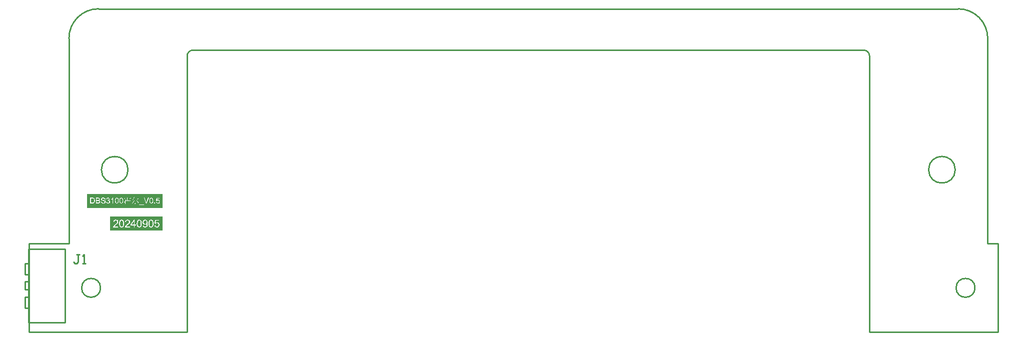
<source format=gto>
G04*
G04 #@! TF.GenerationSoftware,Altium Limited,Altium Designer,18.1.8 (232)*
G04*
G04 Layer_Color=65535*
%FSLAX25Y25*%
%MOIN*%
G70*
G01*
G75*
%ADD10C,0.01000*%
G36*
X89118Y82777D02*
X38718D01*
Y92140D01*
X89118D01*
Y82777D01*
D02*
G37*
G36*
X88867Y67817D02*
X54039D01*
Y76955D01*
X88867D01*
Y67817D01*
D02*
G37*
%LPC*%
G36*
X66901Y90119D02*
X66655Y89869D01*
X63846D01*
X64031Y89681D01*
X64117Y89701D01*
X64207Y89718D01*
X64289Y89730D01*
X64367Y89738D01*
X64433Y89742D01*
X64457Y89746D01*
X65417D01*
Y89377D01*
X63805D01*
X63785Y89603D01*
X63703D01*
X63678Y89513D01*
X63658Y89427D01*
X63633Y89353D01*
X63613Y89287D01*
X63592Y89226D01*
X63572Y89172D01*
X63551Y89127D01*
X63531Y89090D01*
X63514Y89058D01*
X63498Y89029D01*
X63485Y89008D01*
X63473Y88992D01*
X63465Y88980D01*
X63457Y88972D01*
X63453Y88963D01*
X63408Y88918D01*
X63375Y88877D01*
X63350Y88836D01*
X63338Y88803D01*
X63330Y88775D01*
Y88754D01*
Y88738D01*
Y88734D01*
X63342Y88701D01*
X63354Y88676D01*
X63371Y88656D01*
X63387Y88643D01*
X63403Y88635D01*
X63420Y88631D01*
X63432D01*
X63485Y88635D01*
X63539Y88648D01*
X63559Y88656D01*
X63580Y88660D01*
X63592Y88664D01*
X63596D01*
X63633Y88680D01*
X63666Y88709D01*
X63695Y88742D01*
X63719Y88779D01*
X63740Y88812D01*
X63752Y88840D01*
X63760Y88861D01*
X63764Y88869D01*
X63785Y88935D01*
X63797Y89004D01*
X63805Y89070D01*
X63809Y89127D01*
Y89181D01*
Y89218D01*
X63805Y89234D01*
Y89246D01*
Y89250D01*
Y89254D01*
X65417D01*
Y89090D01*
X65412Y88935D01*
X65408Y88787D01*
Y88721D01*
Y88656D01*
X65404Y88598D01*
Y88545D01*
X65400Y88500D01*
Y88459D01*
X65396Y88430D01*
Y88406D01*
Y88389D01*
Y88385D01*
X65704Y88570D01*
X65699Y88611D01*
X65695Y88660D01*
Y88709D01*
X65691Y88762D01*
X65687Y88877D01*
Y88988D01*
X65683Y89041D01*
Y89090D01*
Y89135D01*
Y89176D01*
Y89209D01*
Y89234D01*
Y89250D01*
Y89254D01*
X67315D01*
X67089Y88820D01*
X67151Y88779D01*
X67208Y88832D01*
X67257Y88881D01*
X67303Y88926D01*
X67344Y88967D01*
X67380Y89000D01*
X67417Y89029D01*
X67446Y89058D01*
X67471Y89078D01*
X67512Y89111D01*
X67540Y89135D01*
X67557Y89144D01*
X67561Y89148D01*
X67606Y89168D01*
X67651Y89185D01*
X67700Y89201D01*
X67745Y89213D01*
X67786Y89222D01*
X67823Y89226D01*
X67844Y89230D01*
X67852D01*
X67499Y89603D01*
X67294Y89377D01*
X65683D01*
Y89746D01*
X67253D01*
X66901Y90119D01*
D02*
G37*
G36*
X66921Y88881D02*
X65974D01*
Y88758D01*
X66921D01*
Y88881D01*
D02*
G37*
G36*
X64961D02*
X63949D01*
Y88758D01*
X64961D01*
Y88881D01*
D02*
G37*
G36*
X50907Y89677D02*
Y86893D01*
X50898Y87003D01*
X50882Y87106D01*
X50858Y87196D01*
X50829Y87274D01*
X50796Y87340D01*
X50784Y87368D01*
X50771Y87389D01*
X50763Y87405D01*
X50755Y87418D01*
X50747Y87426D01*
Y87430D01*
X50714Y87471D01*
X50681Y87512D01*
X50603Y87590D01*
X50525Y87655D01*
X50443Y87709D01*
X50374Y87754D01*
X50341Y87774D01*
X50312Y87787D01*
X50292Y87799D01*
X50275Y87807D01*
X50263Y87815D01*
X50259D01*
X50214Y87836D01*
X50156Y87856D01*
X50099Y87877D01*
X50033Y87897D01*
X49894Y87934D01*
X49755Y87971D01*
X49689Y87992D01*
X49628Y88004D01*
X49570Y88020D01*
X49521Y88029D01*
X49480Y88041D01*
X49451Y88049D01*
X49431Y88053D01*
X49422D01*
X49312Y88078D01*
X49213Y88106D01*
X49127Y88131D01*
X49045Y88156D01*
X48976Y88180D01*
X48914Y88201D01*
X48861Y88221D01*
X48816Y88242D01*
X48779Y88262D01*
X48746Y88279D01*
X48721Y88291D01*
X48701Y88303D01*
X48684Y88315D01*
X48676Y88324D01*
X48668Y88328D01*
X48619Y88381D01*
X48586Y88434D01*
X48561Y88492D01*
X48541Y88545D01*
X48533Y88590D01*
X48529Y88627D01*
X48525Y88652D01*
Y88656D01*
Y88660D01*
X48529Y88705D01*
X48533Y88746D01*
X48557Y88820D01*
X48590Y88889D01*
X48627Y88947D01*
X48664Y88996D01*
X48697Y89033D01*
X48721Y89053D01*
X48726Y89062D01*
X48730D01*
X48771Y89090D01*
X48820Y89119D01*
X48922Y89160D01*
X49029Y89189D01*
X49140Y89209D01*
X49189Y89218D01*
X49238Y89222D01*
X49279Y89226D01*
X49316D01*
X49349Y89230D01*
X49468D01*
X49541Y89222D01*
X49611Y89213D01*
X49677Y89201D01*
X49734Y89189D01*
X49787Y89172D01*
X49837Y89156D01*
X49882Y89140D01*
X49919Y89119D01*
X49951Y89103D01*
X49980Y89086D01*
X50005Y89074D01*
X50021Y89062D01*
X50037Y89053D01*
X50042Y89049D01*
X50046Y89045D01*
X50087Y89008D01*
X50124Y88972D01*
X50181Y88885D01*
X50230Y88795D01*
X50263Y88709D01*
X50288Y88631D01*
X50296Y88598D01*
X50304Y88566D01*
X50308Y88541D01*
Y88525D01*
X50312Y88512D01*
Y88508D01*
X50792Y88545D01*
X50780Y88668D01*
X50755Y88779D01*
X50726Y88881D01*
X50694Y88967D01*
X50673Y89004D01*
X50661Y89041D01*
X50644Y89070D01*
X50632Y89095D01*
X50620Y89115D01*
X50612Y89127D01*
X50607Y89135D01*
X50603Y89140D01*
X50534Y89234D01*
X50456Y89312D01*
X50374Y89381D01*
X50292Y89439D01*
X50222Y89480D01*
X50189Y89496D01*
X50165Y89513D01*
X50144Y89525D01*
X50124Y89529D01*
X50115Y89537D01*
X50111D01*
X49988Y89582D01*
X49861Y89619D01*
X49734Y89644D01*
X49619Y89660D01*
X49566Y89664D01*
X49521Y89669D01*
X49476Y89673D01*
X49439Y89677D01*
X50907D01*
X49369D01*
X49230Y89673D01*
X49099Y89656D01*
X48984Y89636D01*
X48930Y89623D01*
X48881Y89611D01*
X48836Y89599D01*
X48795Y89587D01*
X48758Y89574D01*
X48730Y89566D01*
X48709Y89558D01*
X48689Y89550D01*
X48680Y89546D01*
X48676D01*
X48566Y89492D01*
X48471Y89431D01*
X48389Y89369D01*
X48324Y89308D01*
X48270Y89250D01*
X48229Y89205D01*
X48217Y89189D01*
X48209Y89176D01*
X48201Y89168D01*
Y89164D01*
X48147Y89070D01*
X48106Y88976D01*
X48082Y88889D01*
X48061Y88807D01*
X48049Y88734D01*
X48045Y88705D01*
Y88680D01*
X48041Y88660D01*
Y88643D01*
Y88635D01*
Y88631D01*
X48045Y88537D01*
X48061Y88447D01*
X48082Y88365D01*
X48106Y88295D01*
X48131Y88238D01*
X48151Y88192D01*
X48160Y88176D01*
X48168Y88164D01*
X48172Y88160D01*
Y88156D01*
X48225Y88082D01*
X48291Y88012D01*
X48357Y87955D01*
X48426Y87901D01*
X48484Y87860D01*
X48533Y87832D01*
X48553Y87823D01*
X48566Y87815D01*
X48574Y87807D01*
X48578D01*
X48619Y87787D01*
X48668Y87766D01*
X48721Y87746D01*
X48779Y87725D01*
X48898Y87684D01*
X49021Y87647D01*
X49078Y87631D01*
X49127Y87614D01*
X49176Y87602D01*
X49222Y87590D01*
X49254Y87582D01*
X49283Y87573D01*
X49299Y87569D01*
X49304D01*
X49398Y87549D01*
X49484Y87524D01*
X49558Y87508D01*
X49628Y87487D01*
X49689Y87471D01*
X49746Y87459D01*
X49791Y87442D01*
X49837Y87430D01*
X49869Y87422D01*
X49902Y87409D01*
X49927Y87401D01*
X49943Y87397D01*
X49960Y87393D01*
X49968Y87389D01*
X49976Y87385D01*
X50058Y87348D01*
X50128Y87311D01*
X50189Y87274D01*
X50234Y87241D01*
X50271Y87208D01*
X50296Y87184D01*
X50312Y87168D01*
X50316Y87163D01*
X50353Y87114D01*
X50378Y87061D01*
X50398Y87008D01*
X50411Y86958D01*
X50419Y86917D01*
X50423Y86880D01*
Y86860D01*
Y86856D01*
Y86852D01*
X50419Y86790D01*
X50406Y86729D01*
X50386Y86676D01*
X50370Y86626D01*
X50349Y86585D01*
X50329Y86553D01*
X50316Y86536D01*
X50312Y86528D01*
X50267Y86475D01*
X50218Y86430D01*
X50160Y86388D01*
X50107Y86356D01*
X50058Y86331D01*
X50021Y86311D01*
X50005Y86302D01*
X49992Y86298D01*
X49988Y86294D01*
X49984D01*
X49902Y86265D01*
X49816Y86245D01*
X49730Y86233D01*
X49652Y86225D01*
X49586Y86216D01*
X49558D01*
X49533Y86212D01*
X49484D01*
X49365Y86216D01*
X49259Y86229D01*
X49156Y86249D01*
X49070Y86270D01*
X49033Y86278D01*
X49000Y86286D01*
X48972Y86298D01*
X48947Y86307D01*
X48926Y86315D01*
X48914Y86319D01*
X48906Y86323D01*
X48902D01*
X48812Y86368D01*
X48734Y86417D01*
X48668Y86462D01*
X48615Y86511D01*
X48574Y86553D01*
X48545Y86585D01*
X48525Y86606D01*
X48520Y86614D01*
X48480Y86688D01*
X48447Y86766D01*
X48422Y86844D01*
X48402Y86917D01*
X48385Y86987D01*
X48381Y87012D01*
X48377Y87036D01*
X48373Y87057D01*
X48369Y87073D01*
Y87081D01*
Y87085D01*
X47897Y87045D01*
D01*
X47901Y86975D01*
X47910Y86905D01*
X47934Y86778D01*
X47967Y86659D01*
X47983Y86606D01*
X48004Y86561D01*
X48020Y86516D01*
X48041Y86475D01*
X48057Y86442D01*
X48074Y86413D01*
X48086Y86388D01*
X48094Y86372D01*
X48098Y86364D01*
X48102Y86360D01*
X48180Y86253D01*
X48270Y86163D01*
X48361Y86085D01*
X48447Y86024D01*
X48525Y85974D01*
X48557Y85958D01*
X48586Y85942D01*
X48611Y85929D01*
X48627Y85921D01*
X48639Y85913D01*
X48643D01*
X48783Y85864D01*
X48926Y85827D01*
X49070Y85802D01*
X49205Y85786D01*
X49271Y85778D01*
X49328Y85773D01*
X49377Y85769D01*
X49422D01*
X49459Y85765D01*
X49509D01*
X49656Y85773D01*
X49791Y85790D01*
X49915Y85810D01*
X49972Y85827D01*
X50021Y85839D01*
X50070Y85851D01*
X50111Y85868D01*
X50148Y85880D01*
X50177Y85888D01*
X50201Y85901D01*
X50218Y85905D01*
X50230Y85913D01*
X50234D01*
X50349Y85974D01*
X50447Y86040D01*
X50534Y86110D01*
X50603Y86175D01*
X50661Y86237D01*
X50698Y86282D01*
X50714Y86302D01*
X50722Y86315D01*
X50730Y86323D01*
Y86327D01*
X50763Y86376D01*
X50788Y86430D01*
X50833Y86528D01*
X50866Y86622D01*
X50886Y86708D01*
X50898Y86786D01*
X50903Y86815D01*
Y86844D01*
X50907Y86864D01*
Y85835D01*
Y89677D01*
D02*
G37*
G36*
X66921Y88447D02*
X65974D01*
Y88324D01*
X66921D01*
Y88447D01*
D02*
G37*
G36*
X73059Y90140D02*
X68537Y90140D01*
D01*
X69898Y90140D01*
X69877Y90042D01*
X69853Y89947D01*
X69795Y89755D01*
X69763Y89660D01*
X69734Y89574D01*
X69701Y89488D01*
X69668Y89410D01*
X69640Y89336D01*
X69611Y89271D01*
X69586Y89209D01*
X69562Y89160D01*
X69541Y89119D01*
X69529Y89090D01*
X69521Y89074D01*
X69517Y89066D01*
X69410Y88861D01*
X69295Y88668D01*
X69238Y88574D01*
X69184Y88488D01*
X69127Y88406D01*
X69078Y88332D01*
X69029Y88262D01*
X68988Y88197D01*
X68947Y88143D01*
X68914Y88098D01*
X68885Y88061D01*
X68865Y88033D01*
X68852Y88016D01*
X68848Y88012D01*
X68910Y87951D01*
X68996Y88033D01*
X69078Y88123D01*
X69242Y88303D01*
X69394Y88488D01*
X69467Y88574D01*
X69533Y88660D01*
X69595Y88738D01*
X69648Y88812D01*
X69697Y88877D01*
X69738Y88935D01*
X69771Y88980D01*
X69795Y89017D01*
X69812Y89037D01*
X69816Y89045D01*
X72440D01*
X72067Y88340D01*
X72128Y88299D01*
X72239Y88422D01*
X72342Y88533D01*
X72436Y88627D01*
X72526Y88709D01*
X72608Y88779D01*
X72686Y88836D01*
X72756Y88885D01*
X72817Y88922D01*
X72874Y88955D01*
X72924Y88976D01*
X72965Y88996D01*
X72997Y89008D01*
X73026Y89012D01*
X73043Y89017D01*
X73055Y89021D01*
X73059D01*
X72665Y89414D01*
X72440Y89168D01*
X69857D01*
X69918Y89283D01*
X69972Y89386D01*
X70017Y89468D01*
X70054Y89537D01*
X70086Y89591D01*
X70107Y89632D01*
X70123Y89652D01*
X70127Y89660D01*
X70164Y89722D01*
X70201Y89775D01*
X70238Y89820D01*
X70267Y89857D01*
X70296Y89890D01*
X70316Y89910D01*
X70328Y89927D01*
X70332Y89931D01*
X69898Y90140D01*
X73059D01*
D02*
G37*
G36*
X53879Y89623D02*
X52584D01*
X52502Y89619D01*
X52424Y89611D01*
X52350Y89599D01*
X52276Y89582D01*
X52210Y89562D01*
X52149Y89541D01*
X52092Y89517D01*
X52042Y89496D01*
X51993Y89472D01*
X51952Y89447D01*
X51919Y89427D01*
X51887Y89406D01*
X51866Y89390D01*
X51846Y89377D01*
X51837Y89369D01*
X51833Y89365D01*
X51780Y89316D01*
X51731Y89258D01*
X51686Y89201D01*
X51645Y89144D01*
X51608Y89082D01*
X51579Y89025D01*
X51526Y88906D01*
X51505Y88853D01*
X51489Y88803D01*
X51477Y88758D01*
X51464Y88721D01*
X51456Y88689D01*
X51452Y88664D01*
X51448Y88648D01*
Y88643D01*
X51911Y88561D01*
X51936Y88680D01*
X51969Y88783D01*
X52005Y88873D01*
X52047Y88943D01*
X52079Y89000D01*
X52112Y89037D01*
X52133Y89062D01*
X52141Y89070D01*
X52215Y89127D01*
X52288Y89168D01*
X52366Y89201D01*
X52436Y89222D01*
X52502Y89234D01*
X52526Y89238D01*
X52551D01*
X52571Y89242D01*
X52596D01*
X52694Y89234D01*
X52780Y89218D01*
X52858Y89189D01*
X52924Y89160D01*
X52973Y89127D01*
X53010Y89099D01*
X53035Y89082D01*
X53043Y89074D01*
X53076Y89041D01*
X53100Y89008D01*
X53145Y88935D01*
X53178Y88865D01*
X53199Y88799D01*
X53211Y88738D01*
X53215Y88693D01*
X53219Y88672D01*
Y88660D01*
Y88652D01*
Y88648D01*
X53215Y88590D01*
X53207Y88537D01*
X53199Y88484D01*
X53182Y88438D01*
X53141Y88357D01*
X53100Y88291D01*
X53055Y88238D01*
X53014Y88201D01*
X52998Y88188D01*
X52990Y88180D01*
X52981Y88172D01*
X52977D01*
X52887Y88119D01*
X52793Y88082D01*
X52702Y88053D01*
X52621Y88037D01*
X52551Y88024D01*
X52522Y88020D01*
X52493D01*
X52473Y88016D01*
X52420D01*
X52395Y88020D01*
X52375Y88024D01*
X52366D01*
X52317Y87618D01*
X52387Y87635D01*
X52452Y87647D01*
X52506Y87655D01*
X52555Y87664D01*
X52592D01*
X52621Y87668D01*
X52645D01*
X52702Y87664D01*
X52760Y87660D01*
X52862Y87635D01*
X52953Y87602D01*
X53031Y87565D01*
X53092Y87524D01*
X53117Y87508D01*
X53137Y87491D01*
X53154Y87479D01*
X53166Y87467D01*
X53170Y87463D01*
X53174Y87459D01*
X53211Y87418D01*
X53244Y87377D01*
X53272Y87336D01*
X53297Y87291D01*
X53334Y87204D01*
X53363Y87118D01*
X53375Y87045D01*
X53379Y87016D01*
X53383Y86987D01*
X53387Y86967D01*
Y86946D01*
Y86938D01*
Y86934D01*
X53383Y86872D01*
X53379Y86815D01*
X53350Y86704D01*
X53317Y86610D01*
X53276Y86528D01*
X53252Y86491D01*
X53231Y86462D01*
X53215Y86434D01*
X53199Y86413D01*
X53182Y86397D01*
X53170Y86384D01*
X53166Y86376D01*
X53162Y86372D01*
X53117Y86331D01*
X53071Y86298D01*
X53026Y86270D01*
X52981Y86241D01*
X52887Y86200D01*
X52797Y86175D01*
X52723Y86159D01*
X52686Y86155D01*
X52662Y86151D01*
X52637Y86147D01*
X52604D01*
X52506Y86155D01*
X52411Y86175D01*
X52333Y86200D01*
X52264Y86233D01*
X52206Y86265D01*
X52165Y86290D01*
X52153Y86302D01*
X52141Y86311D01*
X52137Y86319D01*
X52133D01*
X52100Y86356D01*
X52067Y86393D01*
X52010Y86479D01*
X51964Y86573D01*
X51928Y86667D01*
X51899Y86753D01*
X51891Y86790D01*
X51882Y86823D01*
X51874Y86852D01*
X51870Y86872D01*
X51866Y86885D01*
Y86889D01*
X51403Y86827D01*
X51415Y86741D01*
X51432Y86659D01*
X51456Y86581D01*
X51481Y86507D01*
X51509Y86438D01*
X51542Y86376D01*
X51575Y86315D01*
X51608Y86265D01*
X51641Y86216D01*
X51669Y86175D01*
X51698Y86138D01*
X51723Y86110D01*
X51747Y86085D01*
X51764Y86069D01*
X51772Y86061D01*
X51776Y86056D01*
X51837Y86003D01*
X51907Y85958D01*
X51973Y85921D01*
X52042Y85884D01*
X52112Y85856D01*
X52182Y85835D01*
X52247Y85814D01*
X52313Y85798D01*
X52375Y85786D01*
X52428Y85778D01*
X52477Y85769D01*
X52522Y85765D01*
X52555D01*
X52584Y85761D01*
X51403D01*
X53879D01*
Y85860D01*
Y85761D01*
X52604D01*
X52707Y85765D01*
X52801Y85778D01*
X52891Y85794D01*
X52977Y85814D01*
X53059Y85839D01*
X53133Y85868D01*
X53203Y85901D01*
X53264Y85933D01*
X53322Y85962D01*
X53371Y85995D01*
X53416Y86024D01*
X53449Y86048D01*
X53477Y86069D01*
X53498Y86085D01*
X53510Y86097D01*
X53514Y86102D01*
X53580Y86167D01*
X53633Y86237D01*
X53682Y86307D01*
X53723Y86380D01*
X53760Y86450D01*
X53789Y86520D01*
X53814Y86585D01*
X53834Y86651D01*
X53851Y86712D01*
X53859Y86766D01*
X53867Y86815D01*
X53875Y86860D01*
Y86893D01*
X53879Y86922D01*
Y85860D01*
Y86922D01*
Y87008D01*
X53871Y87073D01*
X53851Y87192D01*
X53818Y87295D01*
X53801Y87340D01*
X53785Y87381D01*
X53768Y87422D01*
X53752Y87454D01*
X53736Y87483D01*
X53719Y87504D01*
X53707Y87524D01*
X53699Y87537D01*
X53695Y87545D01*
X53691Y87549D01*
X53617Y87635D01*
X53531Y87705D01*
X53445Y87758D01*
X53363Y87803D01*
X53285Y87836D01*
X53252Y87848D01*
X53227Y87856D01*
X53203Y87865D01*
X53186Y87869D01*
X53174Y87873D01*
X53170D01*
X53260Y87922D01*
X53338Y87971D01*
X53408Y88024D01*
X53461Y88078D01*
X53506Y88123D01*
X53535Y88160D01*
X53555Y88184D01*
X53559Y88188D01*
Y88192D01*
X53605Y88270D01*
X53637Y88348D01*
X53662Y88422D01*
X53678Y88492D01*
X53686Y88549D01*
X53695Y88598D01*
Y88615D01*
Y88627D01*
Y88635D01*
Y88639D01*
X53691Y88734D01*
X53674Y88824D01*
X53650Y88906D01*
X53625Y88980D01*
X53600Y89041D01*
X53588Y89066D01*
X53576Y89086D01*
X53568Y89103D01*
X53559Y89119D01*
X53555Y89123D01*
Y89127D01*
X53498Y89209D01*
X53432Y89279D01*
X53367Y89341D01*
X53301Y89394D01*
X53244Y89435D01*
X53199Y89464D01*
X53178Y89476D01*
X53166Y89484D01*
X53158Y89488D01*
X53154D01*
X53055Y89533D01*
X52957Y89566D01*
X52858Y89591D01*
X52772Y89607D01*
X52694Y89615D01*
X52666Y89619D01*
X52637Y89623D01*
X53879D01*
D02*
G37*
G36*
X62686D02*
X61452D01*
X61378Y89619D01*
X61304Y89615D01*
X61235Y89603D01*
X61169Y89591D01*
X61112Y89574D01*
X61054Y89554D01*
X61001Y89533D01*
X60956Y89513D01*
X60911Y89492D01*
X60874Y89472D01*
X60841Y89455D01*
X60816Y89435D01*
X60796Y89423D01*
X60780Y89410D01*
X60771Y89406D01*
X60767Y89402D01*
X60718Y89357D01*
X60673Y89312D01*
X60591Y89209D01*
X60517Y89107D01*
X60460Y89004D01*
X60435Y88955D01*
X60415Y88914D01*
X60398Y88873D01*
X60382Y88840D01*
X60374Y88812D01*
X60365Y88787D01*
X60357Y88775D01*
Y88771D01*
X60333Y88693D01*
X60312Y88607D01*
X60279Y88430D01*
X60255Y88250D01*
X60246Y88164D01*
X60238Y88078D01*
X60234Y88000D01*
X60230Y87926D01*
X60226Y87860D01*
Y87803D01*
X60222Y87758D01*
Y87758D01*
Y87758D01*
Y87692D01*
X60226Y87500D01*
X60238Y87319D01*
X60255Y87155D01*
X60279Y87003D01*
X60308Y86864D01*
X60341Y86737D01*
X60374Y86626D01*
X60410Y86524D01*
X60443Y86438D01*
X60476Y86360D01*
X60509Y86298D01*
X60538Y86245D01*
X60562Y86204D01*
X60579Y86175D01*
X60591Y86159D01*
X60595Y86155D01*
X60656Y86085D01*
X60722Y86028D01*
X60792Y85974D01*
X60861Y85929D01*
X60931Y85892D01*
X61005Y85860D01*
X61075Y85835D01*
X61140Y85814D01*
X61206Y85798D01*
X61263Y85786D01*
X61317Y85778D01*
X61362Y85773D01*
X61399Y85769D01*
X61427Y85765D01*
X62686D01*
Y87799D01*
Y87795D01*
X62682Y87893D01*
X62678Y87983D01*
X62674Y88069D01*
X62665Y88147D01*
X62657Y88221D01*
X62649Y88287D01*
X62645Y88348D01*
X62637Y88402D01*
X62629Y88447D01*
X62620Y88488D01*
X62612Y88520D01*
X62608Y88549D01*
X62604Y88566D01*
X62600Y88578D01*
Y88582D01*
X62567Y88701D01*
X62526Y88812D01*
X62489Y88906D01*
X62452Y88988D01*
X62432Y89021D01*
X62419Y89053D01*
X62403Y89082D01*
X62391Y89103D01*
X62379Y89119D01*
X62374Y89131D01*
X62366Y89140D01*
Y89144D01*
X62309Y89226D01*
X62243Y89299D01*
X62182Y89361D01*
X62120Y89410D01*
X62067Y89451D01*
X62026Y89476D01*
X62010Y89488D01*
X61997Y89496D01*
X61989Y89500D01*
X61985D01*
X61895Y89541D01*
X61804Y89570D01*
X61714Y89595D01*
X61632Y89607D01*
X61559Y89615D01*
X61530Y89619D01*
X61501Y89623D01*
X62686D01*
D02*
G37*
G36*
X59746D02*
X58512D01*
X58438Y89619D01*
X58365Y89615D01*
X58295Y89603D01*
X58229Y89591D01*
X58172Y89574D01*
X58114Y89554D01*
X58061Y89533D01*
X58016Y89513D01*
X57971Y89492D01*
X57934Y89472D01*
X57901Y89455D01*
X57877Y89435D01*
X57856Y89423D01*
X57840Y89410D01*
X57832Y89406D01*
X57828Y89402D01*
X57778Y89357D01*
X57733Y89312D01*
X57651Y89209D01*
X57577Y89107D01*
X57520Y89004D01*
X57495Y88955D01*
X57475Y88914D01*
X57459Y88873D01*
X57442Y88840D01*
X57434Y88812D01*
X57426Y88787D01*
X57418Y88775D01*
Y88771D01*
X57393Y88693D01*
X57372Y88607D01*
X57340Y88430D01*
X57315Y88250D01*
X57307Y88164D01*
X57299Y88078D01*
X57294Y88000D01*
X57290Y87926D01*
X57286Y87860D01*
Y87803D01*
X57282Y87758D01*
Y87758D01*
Y87692D01*
X57286Y87500D01*
X57299Y87319D01*
X57315Y87155D01*
X57340Y87003D01*
X57368Y86864D01*
X57401Y86737D01*
X57434Y86626D01*
X57471Y86524D01*
X57504Y86438D01*
X57536Y86360D01*
X57569Y86298D01*
X57598Y86245D01*
X57622Y86204D01*
X57639Y86175D01*
X57651Y86159D01*
X57655Y86155D01*
X57717Y86085D01*
X57782Y86028D01*
X57852Y85974D01*
X57922Y85929D01*
X57991Y85892D01*
X58065Y85860D01*
X58135Y85835D01*
X58201Y85814D01*
X58266Y85798D01*
X58324Y85786D01*
X58377Y85778D01*
X58422Y85773D01*
X58459Y85769D01*
X58488Y85765D01*
X59746D01*
Y87795D01*
X59742Y87893D01*
X59738Y87983D01*
X59734Y88069D01*
X59726Y88147D01*
X59718Y88221D01*
X59709Y88287D01*
X59705Y88348D01*
X59697Y88402D01*
X59689Y88447D01*
X59681Y88488D01*
X59672Y88520D01*
X59668Y88549D01*
X59664Y88566D01*
X59660Y88578D01*
Y88582D01*
X59627Y88701D01*
X59586Y88812D01*
X59549Y88906D01*
X59513Y88988D01*
X59492Y89021D01*
X59480Y89053D01*
X59463Y89082D01*
X59451Y89103D01*
X59439Y89119D01*
X59435Y89131D01*
X59426Y89140D01*
Y89144D01*
X59369Y89226D01*
X59303Y89299D01*
X59242Y89361D01*
X59180Y89410D01*
X59127Y89451D01*
X59086Y89476D01*
X59070Y89488D01*
X59057Y89496D01*
X59049Y89500D01*
X59045D01*
X58955Y89541D01*
X58865Y89570D01*
X58775Y89595D01*
X58693Y89607D01*
X58619Y89615D01*
X58590Y89619D01*
X58561Y89623D01*
X59746D01*
D02*
G37*
G36*
X65298Y88324D02*
X65294D01*
X65269Y88258D01*
X65351Y88188D01*
X65417Y88115D01*
X65474Y88049D01*
X65523Y87983D01*
X65556Y87930D01*
X65581Y87885D01*
X65589Y87869D01*
X65597Y87856D01*
X65601Y87852D01*
Y87848D01*
X65622Y87799D01*
X65642Y87766D01*
X65663Y87742D01*
X65675Y87721D01*
X65687Y87713D01*
X65695Y87709D01*
X65704Y87705D01*
X65720Y87709D01*
X65736Y87717D01*
X65753Y87733D01*
X65769Y87750D01*
X65786Y87766D01*
X65798Y87783D01*
X65802Y87791D01*
X65806Y87795D01*
X65827Y87828D01*
X65843Y87860D01*
X65855Y87893D01*
X65864Y87918D01*
X65868Y87938D01*
X65872Y87959D01*
Y87967D01*
Y87971D01*
X65868Y87996D01*
X65855Y88020D01*
X65835Y88045D01*
X65814Y88069D01*
X65794Y88090D01*
X65773Y88106D01*
X65761Y88119D01*
X65757Y88123D01*
X65732Y88139D01*
X65704Y88160D01*
X65638Y88192D01*
X65560Y88229D01*
X65482Y88258D01*
X65408Y88287D01*
X65380Y88295D01*
X65351Y88307D01*
X65326Y88311D01*
X65310Y88320D01*
X65298Y88324D01*
D02*
G37*
G36*
X71612Y87823D02*
X71550Y87762D01*
X71690Y87610D01*
X71817Y87463D01*
X71874Y87393D01*
X71931Y87327D01*
X71981Y87266D01*
X72026Y87208D01*
X72063Y87151D01*
X72100Y87106D01*
X72128Y87061D01*
X72157Y87028D01*
X72177Y86999D01*
X72190Y86975D01*
X72198Y86962D01*
X72202Y86958D01*
X72292Y86815D01*
X72374Y86680D01*
X72444Y86553D01*
X72473Y86495D01*
X72501Y86442D01*
X72526Y86393D01*
X72546Y86348D01*
X72563Y86311D01*
X72579Y86278D01*
X72588Y86253D01*
X72596Y86233D01*
X72604Y86220D01*
Y86216D01*
X72620Y86175D01*
X72633Y86142D01*
X72649Y86114D01*
X72665Y86085D01*
X72690Y86044D01*
X72719Y86019D01*
X72739Y86003D01*
X72756Y85995D01*
X72764Y85991D01*
X72768D01*
X72793Y85995D01*
X72817Y86007D01*
X72842Y86028D01*
X72862Y86048D01*
X72883Y86065D01*
X72899Y86085D01*
X72907Y86097D01*
X72911Y86102D01*
X72936Y86151D01*
X72952Y86204D01*
X72957Y86257D01*
X72952Y86311D01*
X72948Y86360D01*
X72940Y86397D01*
X72936Y86413D01*
Y86425D01*
X72932Y86430D01*
Y86434D01*
X72916Y86475D01*
X72899Y86520D01*
X72870Y86569D01*
X72842Y86614D01*
X72776Y86712D01*
X72706Y86803D01*
X72641Y86885D01*
X72612Y86922D01*
X72583Y86950D01*
X72563Y86979D01*
X72546Y86995D01*
X72534Y87008D01*
X72530Y87012D01*
X72465Y87081D01*
X72395Y87151D01*
X72243Y87291D01*
X72091Y87426D01*
X72013Y87491D01*
X71944Y87553D01*
X71874Y87610D01*
X71813Y87664D01*
X71755Y87709D01*
X71706Y87746D01*
X71669Y87778D01*
X71636Y87803D01*
X71620Y87819D01*
X71612Y87823D01*
D02*
G37*
G36*
X82669Y89623D02*
X80205D01*
D01*
X81435D01*
X81362Y89619D01*
X81288Y89615D01*
X81218Y89603D01*
X81152Y89591D01*
X81095Y89574D01*
X81038Y89554D01*
X80984Y89533D01*
X80939Y89513D01*
X80894Y89492D01*
X80857Y89472D01*
X80824Y89455D01*
X80800Y89435D01*
X80779Y89423D01*
X80763Y89410D01*
X80755Y89406D01*
X80751Y89402D01*
X80701Y89357D01*
X80656Y89312D01*
X80574Y89209D01*
X80501Y89107D01*
X80443Y89004D01*
X80418Y88955D01*
X80398Y88914D01*
X80382Y88873D01*
X80365Y88840D01*
X80357Y88812D01*
X80349Y88787D01*
X80341Y88775D01*
Y88771D01*
X80316Y88693D01*
X80295Y88607D01*
X80263Y88430D01*
X80238Y88250D01*
X80230Y88164D01*
X80222Y88078D01*
X80218Y88000D01*
X80213Y87926D01*
X80209Y87860D01*
Y87803D01*
X80205Y87758D01*
Y87692D01*
X80209Y87500D01*
X80222Y87319D01*
X80238Y87155D01*
X80263Y87003D01*
X80291Y86864D01*
X80324Y86737D01*
X80357Y86626D01*
X80394Y86524D01*
X80427Y86438D01*
X80459Y86360D01*
X80492Y86298D01*
X80521Y86245D01*
X80546Y86204D01*
X80562Y86175D01*
X80574Y86159D01*
X80578Y86155D01*
X80640Y86085D01*
X80705Y86028D01*
X80775Y85974D01*
X80845Y85929D01*
X80915Y85892D01*
X80988Y85860D01*
X81058Y85835D01*
X81124Y85814D01*
X81189Y85798D01*
X81247Y85786D01*
X81300Y85778D01*
X81345Y85773D01*
X81382Y85769D01*
X81411Y85765D01*
X81435D01*
X81513Y85769D01*
X81583Y85773D01*
X81653Y85786D01*
X81718Y85798D01*
X81780Y85819D01*
X81833Y85835D01*
X81886Y85856D01*
X81931Y85876D01*
X81976Y85896D01*
X82013Y85917D01*
X82046Y85938D01*
X82071Y85954D01*
X82091Y85966D01*
X82108Y85979D01*
X82116Y85983D01*
X82120Y85987D01*
X82169Y86032D01*
X82218Y86077D01*
X82300Y86179D01*
X82370Y86282D01*
X82428Y86384D01*
X82452Y86434D01*
X82473Y86479D01*
X82489Y86516D01*
X82505Y86553D01*
X82518Y86577D01*
X82522Y86602D01*
X82530Y86614D01*
Y86618D01*
X82555Y86696D01*
X82575Y86782D01*
X82612Y86958D01*
X82637Y87139D01*
X82645Y87225D01*
X82653Y87311D01*
X82657Y87389D01*
X82661Y87463D01*
X82665Y87524D01*
X82669Y87582D01*
Y85896D01*
Y87803D01*
Y87795D01*
X82665Y87893D01*
X82661Y87983D01*
X82657Y88069D01*
X82649Y88147D01*
X82641Y88221D01*
X82632Y88287D01*
X82628Y88348D01*
X82620Y88402D01*
X82612Y88447D01*
X82604Y88488D01*
X82596Y88520D01*
X82591Y88549D01*
X82587Y88566D01*
X82583Y88578D01*
Y88582D01*
X82551Y88701D01*
X82509Y88812D01*
X82473Y88906D01*
X82436Y88988D01*
X82415Y89021D01*
X82403Y89053D01*
X82386Y89082D01*
X82374Y89103D01*
X82362Y89119D01*
X82358Y89131D01*
X82350Y89140D01*
Y89144D01*
X82292Y89226D01*
X82227Y89299D01*
X82165Y89361D01*
X82104Y89410D01*
X82050Y89451D01*
X82009Y89476D01*
X81993Y89488D01*
X81981Y89496D01*
X81972Y89500D01*
X81968D01*
X81878Y89541D01*
X81788Y89570D01*
X81698Y89595D01*
X81616Y89607D01*
X81542Y89615D01*
X81513Y89619D01*
X81485Y89623D01*
X82669D01*
D02*
G37*
G36*
X87118Y89562D02*
X84613D01*
X85060D01*
X84695Y87618D01*
X85129Y87557D01*
X85170Y87614D01*
X85216Y87668D01*
X85265Y87713D01*
X85306Y87754D01*
X85347Y87783D01*
X85379Y87807D01*
X85400Y87819D01*
X85408Y87823D01*
X85478Y87860D01*
X85548Y87885D01*
X85617Y87906D01*
X85683Y87918D01*
X85736Y87926D01*
X85781Y87930D01*
X85818D01*
X85884Y87926D01*
X85945Y87922D01*
X86007Y87910D01*
X86060Y87893D01*
X86163Y87856D01*
X86204Y87836D01*
X86245Y87815D01*
X86282Y87791D01*
X86310Y87770D01*
X86339Y87750D01*
X86359Y87733D01*
X86376Y87717D01*
X86392Y87705D01*
X86396Y87700D01*
X86400Y87696D01*
X86441Y87651D01*
X86474Y87602D01*
X86507Y87553D01*
X86532Y87504D01*
X86573Y87397D01*
X86597Y87299D01*
X86605Y87249D01*
X86614Y87208D01*
X86618Y87168D01*
X86622Y87135D01*
X86626Y87106D01*
Y87085D01*
Y87073D01*
Y87069D01*
X86622Y86991D01*
X86618Y86922D01*
X86605Y86852D01*
X86589Y86786D01*
X86573Y86729D01*
X86552Y86671D01*
X86532Y86622D01*
X86511Y86577D01*
X86487Y86536D01*
X86466Y86499D01*
X86445Y86471D01*
X86429Y86442D01*
X86413Y86421D01*
X86400Y86409D01*
X86396Y86401D01*
X86392Y86397D01*
X86347Y86352D01*
X86302Y86315D01*
X86257Y86282D01*
X86208Y86253D01*
X86159Y86229D01*
X86113Y86208D01*
X86023Y86179D01*
X85945Y86159D01*
X85913Y86155D01*
X85884Y86151D01*
X85859Y86147D01*
X85826D01*
X85773Y86151D01*
X85724Y86155D01*
X85634Y86175D01*
X85552Y86204D01*
X85482Y86237D01*
X85425Y86265D01*
X85384Y86294D01*
X85367Y86307D01*
X85355Y86315D01*
X85351Y86323D01*
X85347D01*
X85314Y86360D01*
X85281Y86397D01*
X85228Y86479D01*
X85183Y86569D01*
X85150Y86655D01*
X85129Y86733D01*
X85117Y86770D01*
X85113Y86799D01*
X85109Y86823D01*
X85105Y86839D01*
X85101Y86852D01*
Y86856D01*
X84613Y86819D01*
X84625Y86733D01*
X84641Y86647D01*
X84662Y86569D01*
X84691Y86495D01*
X84719Y86430D01*
X84748Y86364D01*
X84781Y86307D01*
X84814Y86257D01*
X84847Y86208D01*
X84875Y86167D01*
X84904Y86134D01*
X84933Y86106D01*
X84953Y86081D01*
X84970Y86065D01*
X84978Y86056D01*
X84982Y86052D01*
X85047Y86003D01*
X85113Y85958D01*
X85183Y85921D01*
X85252Y85888D01*
X85322Y85860D01*
X85392Y85835D01*
X85461Y85814D01*
X85527Y85802D01*
X85589Y85790D01*
X85646Y85782D01*
X85695Y85773D01*
X85740Y85769D01*
X85777Y85765D01*
X85826D01*
X85941Y85769D01*
X86048Y85786D01*
X86150Y85806D01*
X86245Y85839D01*
X86335Y85872D01*
X86417Y85909D01*
X86491Y85954D01*
X86556Y85995D01*
X86618Y86036D01*
X86671Y86081D01*
X86716Y86118D01*
X86753Y86155D01*
X86782Y86184D01*
X86802Y86204D01*
X86814Y86220D01*
X86819Y86225D01*
X86872Y86294D01*
X86917Y86368D01*
X86958Y86446D01*
X86991Y86520D01*
X87019Y86594D01*
X87044Y86667D01*
X87065Y86741D01*
X87081Y86807D01*
X87093Y86872D01*
X87102Y86930D01*
X87110Y86979D01*
X87114Y87024D01*
X87118Y87061D01*
Y85868D01*
Y87110D01*
X87114Y87208D01*
X87102Y87303D01*
X87085Y87393D01*
X87065Y87475D01*
X87040Y87557D01*
X87007Y87627D01*
X86979Y87696D01*
X86946Y87758D01*
X86913Y87811D01*
X86884Y87856D01*
X86856Y87901D01*
X86827Y87934D01*
X86806Y87959D01*
X86790Y87979D01*
X86778Y87992D01*
X86774Y87996D01*
X86708Y88057D01*
X86638Y88111D01*
X86568Y88156D01*
X86499Y88197D01*
X86429Y88229D01*
X86359Y88258D01*
X86294Y88279D01*
X86228Y88299D01*
X86171Y88311D01*
X86113Y88324D01*
X86064Y88328D01*
X86023Y88336D01*
X85990D01*
X85962Y88340D01*
X85941D01*
X85871Y88336D01*
X85802Y88332D01*
X85736Y88320D01*
X85671Y88303D01*
X85552Y88266D01*
X85494Y88242D01*
X85445Y88221D01*
X85396Y88201D01*
X85355Y88176D01*
X85318Y88156D01*
X85285Y88139D01*
X85261Y88123D01*
X85244Y88115D01*
X85232Y88106D01*
X85228Y88102D01*
X85429Y89119D01*
X86942D01*
Y89562D01*
X87118D01*
D02*
G37*
G36*
X70808Y88631D02*
X70812Y88570D01*
X70816Y88504D01*
Y88434D01*
X70820Y88361D01*
X70824Y88209D01*
Y88061D01*
X70829Y87996D01*
Y87930D01*
Y87873D01*
Y87823D01*
Y87783D01*
Y87750D01*
Y87733D01*
Y87725D01*
Y86093D01*
X70824Y86048D01*
X70816Y86011D01*
X70808Y85979D01*
X70796Y85946D01*
X70784Y85921D01*
X70771Y85901D01*
X70747Y85872D01*
X70722Y85851D01*
X70701Y85839D01*
X70685Y85835D01*
X70615D01*
X70570Y85839D01*
X70521Y85843D01*
X70464Y85847D01*
X70406Y85856D01*
X70283Y85868D01*
X70226Y85876D01*
X70169Y85884D01*
X70119Y85888D01*
X70074Y85896D01*
X70033Y85901D01*
X70004Y85905D01*
X69988Y85909D01*
X69980D01*
Y85806D01*
X70095Y85765D01*
X70193Y85724D01*
X70279Y85683D01*
X70357Y85642D01*
X70419Y85601D01*
X70472Y85560D01*
X70517Y85519D01*
X70554Y85482D01*
X70583Y85445D01*
X70603Y85413D01*
X70619Y85384D01*
X70632Y85359D01*
X70640Y85339D01*
X70644Y85322D01*
Y85314D01*
Y85310D01*
X70722Y85343D01*
X70788Y85384D01*
X70849Y85429D01*
X70898Y85478D01*
X70943Y85527D01*
X70984Y85581D01*
X71013Y85630D01*
X71042Y85683D01*
X71062Y85733D01*
X71079Y85778D01*
X71095Y85819D01*
X71103Y85856D01*
X71107Y85888D01*
X71112Y85909D01*
X71116Y85925D01*
Y85929D01*
Y88262D01*
X71284Y88385D01*
X70808Y88631D01*
D02*
G37*
G36*
X83932Y86356D02*
X83403D01*
Y85827D01*
X83932D01*
Y86356D01*
D02*
G37*
G36*
X79939Y89611D02*
X76478D01*
D01*
X77946Y85827D01*
X78463D01*
X79939Y89611D01*
D01*
D02*
G37*
G36*
X56089Y89623D02*
X54695D01*
X55790D01*
X55737Y89529D01*
X55675Y89439D01*
X55605Y89353D01*
X55536Y89279D01*
X55474Y89209D01*
X55445Y89185D01*
X55425Y89160D01*
X55404Y89140D01*
X55388Y89127D01*
X55380Y89119D01*
X55376Y89115D01*
X55265Y89021D01*
X55146Y88939D01*
X55031Y88861D01*
X54925Y88795D01*
X54880Y88771D01*
X54835Y88746D01*
X54794Y88721D01*
X54761Y88705D01*
X54732Y88693D01*
X54712Y88680D01*
X54699Y88676D01*
X54695Y88672D01*
Y88680D01*
Y88672D01*
Y85827D01*
Y88225D01*
X54777Y88258D01*
X54863Y88295D01*
X54945Y88336D01*
X55019Y88373D01*
X55085Y88410D01*
X55113Y88422D01*
X55138Y88438D01*
X55158Y88447D01*
X55171Y88455D01*
X55179Y88463D01*
X55183D01*
X55281Y88525D01*
X55367Y88582D01*
X55445Y88635D01*
X55507Y88684D01*
X55560Y88726D01*
X55597Y88754D01*
X55618Y88775D01*
X55626Y88783D01*
Y85827D01*
X56089D01*
Y89623D01*
D02*
G37*
G36*
X47372Y89611D02*
X44515D01*
Y85827D01*
X45954D01*
X46085Y85831D01*
X46204Y85835D01*
X46306Y85847D01*
X46356Y85851D01*
X46397Y85860D01*
X46434Y85864D01*
X46466Y85868D01*
X46495Y85876D01*
X46520Y85880D01*
X46540Y85884D01*
X46553D01*
X46561Y85888D01*
X46565D01*
X46655Y85913D01*
X46737Y85942D01*
X46807Y85974D01*
X46864Y86003D01*
X46913Y86032D01*
X46950Y86052D01*
X46971Y86069D01*
X46979Y86073D01*
X47040Y86126D01*
X47094Y86184D01*
X47143Y86241D01*
X47180Y86298D01*
X47213Y86348D01*
X47237Y86388D01*
X47245Y86405D01*
X47254Y86417D01*
X47258Y86421D01*
Y86425D01*
X47295Y86511D01*
X47323Y86602D01*
X47344Y86684D01*
X47360Y86762D01*
X47368Y86827D01*
Y86852D01*
X47372Y86876D01*
Y86983D01*
X47364Y87040D01*
X47344Y87151D01*
X47311Y87249D01*
X47278Y87331D01*
X47262Y87368D01*
X47245Y87401D01*
X47229Y87430D01*
X47213Y87454D01*
X47200Y87471D01*
X47192Y87483D01*
X47188Y87491D01*
X47184Y87495D01*
X47110Y87582D01*
X47024Y87651D01*
X46938Y87713D01*
X46852Y87758D01*
X46778Y87795D01*
X46745Y87807D01*
X46716Y87819D01*
X46692Y87828D01*
X46676Y87836D01*
X46663Y87840D01*
X46659D01*
X46753Y87893D01*
X46831Y87951D01*
X46901Y88008D01*
X46954Y88061D01*
X46999Y88111D01*
X47028Y88147D01*
X47040Y88164D01*
X47049Y88176D01*
X47053Y88180D01*
Y88184D01*
X47098Y88266D01*
X47131Y88344D01*
X47155Y88422D01*
X47172Y88492D01*
X47180Y88553D01*
X47188Y88598D01*
Y88615D01*
Y88627D01*
Y88635D01*
Y88639D01*
X47180Y88738D01*
X47163Y88828D01*
X47139Y88914D01*
X47114Y88988D01*
X47085Y89049D01*
X47073Y89078D01*
X47061Y89099D01*
X47049Y89115D01*
X47045Y89127D01*
X47036Y89135D01*
Y89140D01*
X46975Y89222D01*
X46909Y89295D01*
X46844Y89357D01*
X46778Y89406D01*
X46716Y89443D01*
X46671Y89472D01*
X46651Y89480D01*
X46639Y89488D01*
X46630Y89492D01*
X46626D01*
X46520Y89533D01*
X46409Y89562D01*
X46290Y89582D01*
X46183Y89595D01*
X46130Y89603D01*
X46085Y89607D01*
X46040D01*
X46003Y89611D01*
X47372D01*
D02*
G37*
G36*
X42129D02*
X40718D01*
Y85827D01*
X42083D01*
X42206Y85831D01*
X42321Y85835D01*
X42424Y85847D01*
X42514Y85860D01*
X42551Y85864D01*
X42584Y85868D01*
X42617Y85876D01*
X42641Y85880D01*
X42662Y85884D01*
X42674D01*
X42682Y85888D01*
X42686D01*
X42781Y85917D01*
X42871Y85946D01*
X42949Y85979D01*
X43014Y86007D01*
X43067Y86036D01*
X43108Y86056D01*
X43133Y86073D01*
X43137Y86077D01*
X43141D01*
X43211Y86130D01*
X43277Y86184D01*
X43334Y86241D01*
X43383Y86298D01*
X43428Y86348D01*
X43457Y86384D01*
X43469Y86401D01*
X43477Y86413D01*
X43486Y86417D01*
Y86421D01*
X43543Y86507D01*
X43592Y86598D01*
X43637Y86692D01*
X43674Y86778D01*
X43703Y86856D01*
X43715Y86889D01*
X43728Y86917D01*
X43732Y86938D01*
X43740Y86954D01*
X43744Y86967D01*
Y86971D01*
X43777Y87102D01*
X43801Y87233D01*
X43822Y87360D01*
X43834Y87479D01*
X43838Y87532D01*
X43842Y87582D01*
Y87627D01*
X43846Y87664D01*
Y87737D01*
X43838Y87922D01*
X43834Y88008D01*
X43822Y88090D01*
X43810Y88168D01*
X43797Y88242D01*
X43785Y88311D01*
X43773Y88377D01*
X43756Y88434D01*
X43744Y88484D01*
X43732Y88529D01*
X43719Y88566D01*
X43707Y88594D01*
X43703Y88619D01*
X43695Y88631D01*
Y88635D01*
X43633Y88775D01*
X43564Y88902D01*
X43527Y88959D01*
X43490Y89012D01*
X43453Y89062D01*
X43416Y89107D01*
X43383Y89148D01*
X43350Y89181D01*
X43322Y89213D01*
X43297Y89238D01*
X43277Y89258D01*
X43260Y89271D01*
X43252Y89279D01*
X43248Y89283D01*
X43158Y89353D01*
X43063Y89410D01*
X42973Y89455D01*
X42887Y89492D01*
X42809Y89521D01*
X42776Y89529D01*
X42748Y89537D01*
X42727Y89546D01*
X42711Y89550D01*
X42698Y89554D01*
X42694D01*
X42649Y89562D01*
X42600Y89574D01*
X42489Y89587D01*
X42379Y89599D01*
X42268Y89603D01*
X42219Y89607D01*
X42170D01*
X42129Y89611D01*
D02*
G37*
G36*
X49459Y85765D02*
X47897D01*
X49459D01*
D01*
D02*
G37*
G36*
X69877Y87930D02*
X69849Y87832D01*
X69816Y87737D01*
X69738Y87545D01*
X69697Y87450D01*
X69656Y87364D01*
X69615Y87278D01*
X69574Y87200D01*
X69537Y87126D01*
X69500Y87061D01*
X69467Y86999D01*
X69439Y86950D01*
X69414Y86909D01*
X69398Y86880D01*
X69385Y86864D01*
X69381Y86856D01*
X69246Y86651D01*
X69103Y86458D01*
X69033Y86364D01*
X68959Y86278D01*
X68893Y86196D01*
X68828Y86122D01*
X68766Y86052D01*
X68713Y85991D01*
X68664Y85938D01*
X68619Y85892D01*
X68586Y85856D01*
X68557Y85827D01*
X68541Y85810D01*
X68537Y85806D01*
X68578Y85745D01*
X68688Y85831D01*
X68791Y85917D01*
X68889Y85999D01*
X68984Y86085D01*
X69074Y86167D01*
X69152Y86245D01*
X69230Y86319D01*
X69295Y86393D01*
X69357Y86458D01*
X69410Y86516D01*
X69459Y86569D01*
X69496Y86614D01*
X69525Y86651D01*
X69549Y86680D01*
X69562Y86696D01*
X69566Y86700D01*
X69635Y86790D01*
X69701Y86876D01*
X69758Y86950D01*
X69812Y87020D01*
X69857Y87081D01*
X69898Y87135D01*
X69935Y87184D01*
X69964Y87229D01*
X69988Y87262D01*
X70013Y87295D01*
X70029Y87319D01*
X70041Y87340D01*
X70054Y87356D01*
X70062Y87364D01*
X70066Y87372D01*
X70107Y87430D01*
X70152Y87479D01*
X70197Y87524D01*
X70238Y87557D01*
X70275Y87586D01*
X70304Y87602D01*
X70324Y87614D01*
X70332Y87618D01*
X69877Y87930D01*
D02*
G37*
G36*
X64961Y88447D02*
X63949D01*
Y88324D01*
X64424D01*
X64367Y88192D01*
X64301Y88061D01*
X64236Y87938D01*
X64203Y87881D01*
X64174Y87823D01*
X64146Y87774D01*
X64117Y87729D01*
X64092Y87688D01*
X64072Y87655D01*
X64055Y87627D01*
X64043Y87606D01*
X64035Y87594D01*
X64031Y87590D01*
X63986Y87520D01*
X63941Y87454D01*
X63900Y87393D01*
X63863Y87336D01*
X63826Y87282D01*
X63789Y87237D01*
X63756Y87192D01*
X63727Y87151D01*
X63703Y87118D01*
X63678Y87085D01*
X63658Y87061D01*
X63641Y87036D01*
X63625Y87020D01*
X63617Y87008D01*
X63613Y87003D01*
X63608Y86999D01*
X63539Y86922D01*
X63465Y86839D01*
X63391Y86762D01*
X63322Y86688D01*
X63260Y86622D01*
X63231Y86598D01*
X63211Y86573D01*
X63190Y86553D01*
X63178Y86540D01*
X63170Y86532D01*
X63166Y86528D01*
X63207Y86466D01*
X63280Y86516D01*
X63358Y86569D01*
X63510Y86688D01*
X63654Y86815D01*
X63723Y86880D01*
X63789Y86942D01*
X63846Y86999D01*
X63904Y87053D01*
X63949Y87102D01*
X63994Y87143D01*
X64027Y87180D01*
X64051Y87208D01*
X64068Y87225D01*
X64072Y87229D01*
Y87094D01*
Y86962D01*
Y86839D01*
Y86721D01*
Y86610D01*
Y86499D01*
X64068Y86401D01*
Y86302D01*
Y86212D01*
Y86126D01*
Y86044D01*
X64064Y85970D01*
Y85901D01*
Y85831D01*
Y85769D01*
Y85712D01*
X64060Y85659D01*
Y85610D01*
Y85568D01*
Y85527D01*
X64055Y85458D01*
Y85400D01*
X64051Y85359D01*
Y85331D01*
Y85314D01*
Y85310D01*
X63166D01*
X67852D01*
X64051D01*
X64342Y85437D01*
Y85663D01*
X67791D01*
X67417Y86052D01*
X67151Y85790D01*
X65745D01*
Y86302D01*
X67356D01*
X67003Y86671D01*
X66757Y86425D01*
X65745D01*
Y86962D01*
X67294D01*
X66962Y87311D01*
X66737Y87085D01*
X65745D01*
Y87561D01*
X67520D01*
X67151Y87951D01*
X66880Y87684D01*
X64404D01*
X64650Y87971D01*
X64838Y88033D01*
X64424Y88324D01*
X64961D01*
Y88447D01*
D02*
G37*
G36*
X76515Y85827D02*
Y85113D01*
X73436D01*
Y85310D01*
Y84777D01*
X76515D01*
Y85827D01*
D02*
G37*
%LPD*%
G36*
X61509Y89234D02*
X61563Y89226D01*
X61620Y89209D01*
X61669Y89189D01*
X61764Y89140D01*
X61841Y89086D01*
X61874Y89058D01*
X61903Y89029D01*
X61927Y89000D01*
X61952Y88980D01*
X61968Y88959D01*
X61981Y88943D01*
X61985Y88935D01*
X61989Y88930D01*
X62030Y88865D01*
X62063Y88791D01*
X62091Y88701D01*
X62116Y88607D01*
X62137Y88508D01*
X62157Y88406D01*
X62182Y88197D01*
X62194Y88098D01*
X62198Y88004D01*
X62202Y87918D01*
X62206Y87844D01*
X62210Y87778D01*
Y87754D01*
Y87733D01*
Y87717D01*
Y87705D01*
Y87696D01*
Y87692D01*
X62206Y87524D01*
X62202Y87372D01*
X62190Y87233D01*
X62178Y87106D01*
X62161Y86991D01*
X62141Y86893D01*
X62120Y86803D01*
X62100Y86725D01*
X62079Y86659D01*
X62059Y86602D01*
X62042Y86553D01*
X62022Y86516D01*
X62010Y86487D01*
X61997Y86471D01*
X61993Y86458D01*
X61989Y86454D01*
X61948Y86401D01*
X61903Y86352D01*
X61858Y86311D01*
X61813Y86278D01*
X61768Y86245D01*
X61722Y86220D01*
X61681Y86200D01*
X61641Y86184D01*
X61567Y86163D01*
X61534Y86155D01*
X61505Y86151D01*
X61485D01*
X61464Y86147D01*
X61452D01*
X61395Y86151D01*
X61337Y86159D01*
X61284Y86175D01*
X61235Y86196D01*
X61140Y86241D01*
X61062Y86298D01*
X61001Y86356D01*
X60976Y86380D01*
X60956Y86401D01*
X60935Y86421D01*
X60923Y86438D01*
X60919Y86446D01*
X60915Y86450D01*
X60878Y86516D01*
X60845Y86594D01*
X60812Y86680D01*
X60788Y86774D01*
X60767Y86876D01*
X60751Y86979D01*
X60726Y87188D01*
X60714Y87286D01*
X60710Y87381D01*
X60706Y87467D01*
X60702Y87541D01*
X60698Y87602D01*
Y87631D01*
Y87651D01*
Y87668D01*
Y87680D01*
Y87688D01*
Y87692D01*
X60702Y87860D01*
X60710Y88012D01*
X60718Y88156D01*
X60734Y88283D01*
X60751Y88398D01*
X60771Y88504D01*
X60796Y88594D01*
X60816Y88676D01*
X60837Y88750D01*
X60861Y88807D01*
X60882Y88857D01*
X60898Y88898D01*
X60915Y88930D01*
X60927Y88951D01*
X60931Y88963D01*
X60935Y88967D01*
X60972Y89017D01*
X61013Y89058D01*
X61054Y89095D01*
X61095Y89123D01*
X61140Y89152D01*
X61181Y89172D01*
X61263Y89205D01*
X61337Y89226D01*
X61370Y89230D01*
X61395Y89234D01*
X61419Y89238D01*
X61448D01*
X61509Y89234D01*
D02*
G37*
G36*
X62686Y85765D02*
X61452D01*
X61530Y85769D01*
X61599Y85773D01*
X61669Y85786D01*
X61735Y85798D01*
X61796Y85819D01*
X61850Y85835D01*
X61903Y85856D01*
X61948Y85876D01*
X61993Y85896D01*
X62030Y85917D01*
X62063Y85938D01*
X62087Y85954D01*
X62108Y85966D01*
X62124Y85979D01*
X62133Y85983D01*
X62137Y85987D01*
X62186Y86032D01*
X62235Y86077D01*
X62317Y86179D01*
X62387Y86282D01*
X62444Y86384D01*
X62469Y86434D01*
X62489Y86479D01*
X62506Y86516D01*
X62522Y86553D01*
X62534Y86577D01*
X62538Y86602D01*
X62547Y86614D01*
Y86618D01*
X62571Y86696D01*
X62592Y86782D01*
X62629Y86958D01*
X62653Y87139D01*
X62661Y87225D01*
X62670Y87311D01*
X62674Y87389D01*
X62678Y87463D01*
X62682Y87524D01*
X62686Y87582D01*
Y85765D01*
D02*
G37*
G36*
X58570Y89234D02*
X58623Y89226D01*
X58680Y89209D01*
X58729Y89189D01*
X58824Y89140D01*
X58902Y89086D01*
X58934Y89058D01*
X58963Y89029D01*
X58988Y89000D01*
X59012Y88980D01*
X59029Y88959D01*
X59041Y88943D01*
X59045Y88935D01*
X59049Y88930D01*
X59090Y88865D01*
X59123Y88791D01*
X59152Y88701D01*
X59176Y88607D01*
X59197Y88508D01*
X59217Y88406D01*
X59242Y88197D01*
X59254Y88098D01*
X59258Y88004D01*
X59263Y87918D01*
X59267Y87844D01*
X59271Y87778D01*
Y87754D01*
Y87733D01*
Y87717D01*
Y87705D01*
Y87696D01*
Y87692D01*
X59267Y87524D01*
X59263Y87372D01*
X59250Y87233D01*
X59238Y87106D01*
X59222Y86991D01*
X59201Y86893D01*
X59180Y86803D01*
X59160Y86725D01*
X59140Y86659D01*
X59119Y86602D01*
X59103Y86553D01*
X59082Y86516D01*
X59070Y86487D01*
X59057Y86471D01*
X59053Y86458D01*
X59049Y86454D01*
X59008Y86401D01*
X58963Y86352D01*
X58918Y86311D01*
X58873Y86278D01*
X58828Y86245D01*
X58783Y86220D01*
X58742Y86200D01*
X58701Y86184D01*
X58627Y86163D01*
X58594Y86155D01*
X58565Y86151D01*
X58545D01*
X58525Y86147D01*
X58512D01*
X58455Y86151D01*
X58397Y86159D01*
X58344Y86175D01*
X58295Y86196D01*
X58201Y86241D01*
X58123Y86298D01*
X58061Y86356D01*
X58037Y86380D01*
X58016Y86401D01*
X57996Y86421D01*
X57983Y86438D01*
X57979Y86446D01*
X57975Y86450D01*
X57938Y86516D01*
X57905Y86594D01*
X57873Y86680D01*
X57848Y86774D01*
X57828Y86876D01*
X57811Y86979D01*
X57787Y87188D01*
X57774Y87286D01*
X57770Y87381D01*
X57766Y87467D01*
X57762Y87541D01*
X57758Y87602D01*
Y87631D01*
Y87651D01*
Y87668D01*
Y87680D01*
Y87688D01*
Y87692D01*
X57762Y87860D01*
X57770Y88012D01*
X57778Y88156D01*
X57795Y88283D01*
X57811Y88398D01*
X57832Y88504D01*
X57856Y88594D01*
X57877Y88676D01*
X57897Y88750D01*
X57922Y88807D01*
X57942Y88857D01*
X57959Y88898D01*
X57975Y88930D01*
X57987Y88951D01*
X57991Y88963D01*
X57996Y88967D01*
X58033Y89017D01*
X58074Y89058D01*
X58114Y89095D01*
X58156Y89123D01*
X58201Y89152D01*
X58242Y89172D01*
X58324Y89205D01*
X58397Y89226D01*
X58430Y89230D01*
X58455Y89234D01*
X58479Y89238D01*
X58508D01*
X58570Y89234D01*
D02*
G37*
G36*
X59746Y85765D02*
X58512D01*
X58590Y85769D01*
X58660Y85773D01*
X58729Y85786D01*
X58795Y85798D01*
X58857Y85819D01*
X58910Y85835D01*
X58963Y85856D01*
X59008Y85876D01*
X59053Y85896D01*
X59090Y85917D01*
X59123Y85938D01*
X59148Y85954D01*
X59168Y85966D01*
X59185Y85979D01*
X59193Y85983D01*
X59197Y85987D01*
X59246Y86032D01*
X59295Y86077D01*
X59377Y86179D01*
X59447Y86282D01*
X59504Y86384D01*
X59529Y86434D01*
X59549Y86479D01*
X59566Y86516D01*
X59582Y86553D01*
X59595Y86577D01*
X59599Y86602D01*
X59607Y86614D01*
Y86618D01*
X59632Y86696D01*
X59652Y86782D01*
X59689Y86958D01*
X59714Y87139D01*
X59722Y87225D01*
X59730Y87311D01*
X59734Y87389D01*
X59738Y87463D01*
X59742Y87524D01*
X59746Y87582D01*
Y85765D01*
D02*
G37*
G36*
X81493Y89234D02*
X81546Y89226D01*
X81603Y89209D01*
X81653Y89189D01*
X81747Y89140D01*
X81825Y89086D01*
X81858Y89058D01*
X81886Y89029D01*
X81911Y89000D01*
X81936Y88980D01*
X81952Y88959D01*
X81964Y88943D01*
X81968Y88935D01*
X81972Y88930D01*
X82013Y88865D01*
X82046Y88791D01*
X82075Y88701D01*
X82099Y88607D01*
X82120Y88508D01*
X82140Y88406D01*
X82165Y88197D01*
X82177Y88098D01*
X82182Y88004D01*
X82186Y87918D01*
X82190Y87844D01*
X82194Y87778D01*
Y87754D01*
Y87733D01*
Y87717D01*
Y87705D01*
Y87696D01*
Y87692D01*
X82190Y87524D01*
X82186Y87372D01*
X82173Y87233D01*
X82161Y87106D01*
X82145Y86991D01*
X82124Y86893D01*
X82104Y86803D01*
X82083Y86725D01*
X82063Y86659D01*
X82042Y86602D01*
X82026Y86553D01*
X82005Y86516D01*
X81993Y86487D01*
X81981Y86471D01*
X81976Y86458D01*
X81972Y86454D01*
X81931Y86401D01*
X81886Y86352D01*
X81841Y86311D01*
X81796Y86278D01*
X81751Y86245D01*
X81706Y86220D01*
X81665Y86200D01*
X81624Y86184D01*
X81550Y86163D01*
X81517Y86155D01*
X81489Y86151D01*
X81468D01*
X81448Y86147D01*
X81435D01*
X81378Y86151D01*
X81321Y86159D01*
X81267Y86175D01*
X81218Y86196D01*
X81124Y86241D01*
X81046Y86298D01*
X80984Y86356D01*
X80960Y86380D01*
X80939Y86401D01*
X80919Y86421D01*
X80906Y86438D01*
X80902Y86446D01*
X80898Y86450D01*
X80861Y86516D01*
X80828Y86594D01*
X80796Y86680D01*
X80771Y86774D01*
X80751Y86876D01*
X80734Y86979D01*
X80710Y87188D01*
X80697Y87286D01*
X80693Y87381D01*
X80689Y87467D01*
X80685Y87541D01*
X80681Y87602D01*
Y87631D01*
Y87651D01*
Y87668D01*
Y87680D01*
Y87688D01*
Y87692D01*
X80685Y87860D01*
X80693Y88012D01*
X80701Y88156D01*
X80718Y88283D01*
X80734Y88398D01*
X80755Y88504D01*
X80779Y88594D01*
X80800Y88676D01*
X80820Y88750D01*
X80845Y88807D01*
X80865Y88857D01*
X80882Y88898D01*
X80898Y88930D01*
X80910Y88951D01*
X80915Y88963D01*
X80919Y88967D01*
X80956Y89017D01*
X80997Y89058D01*
X81038Y89095D01*
X81079Y89123D01*
X81124Y89152D01*
X81165Y89172D01*
X81247Y89205D01*
X81321Y89226D01*
X81353Y89230D01*
X81378Y89234D01*
X81402Y89238D01*
X81431D01*
X81493Y89234D01*
D02*
G37*
G36*
X78409Y86860D02*
X78369Y86745D01*
X78328Y86634D01*
X78291Y86528D01*
X78262Y86434D01*
X78250Y86393D01*
X78237Y86356D01*
X78229Y86323D01*
X78221Y86294D01*
X78213Y86274D01*
X78209Y86253D01*
X78205Y86245D01*
Y86241D01*
X78172Y86352D01*
X78139Y86462D01*
X78106Y86565D01*
X78077Y86659D01*
X78061Y86704D01*
X78049Y86741D01*
X78036Y86774D01*
X78028Y86803D01*
X78020Y86827D01*
X78012Y86844D01*
X78008Y86856D01*
Y86860D01*
X77024Y89611D01*
X79430D01*
X78409Y86860D01*
D02*
G37*
G36*
X45913Y89160D02*
X45974D01*
X46032Y89156D01*
X46085Y89152D01*
X46130Y89148D01*
X46175Y89144D01*
X46212Y89140D01*
X46241Y89131D01*
X46270Y89127D01*
X46294Y89123D01*
X46311Y89119D01*
X46327Y89115D01*
X46335D01*
X46343Y89111D01*
X46405Y89086D01*
X46454Y89058D01*
X46499Y89025D01*
X46536Y88992D01*
X46565Y88963D01*
X46585Y88939D01*
X46598Y88922D01*
X46602Y88914D01*
X46635Y88861D01*
X46655Y88803D01*
X46671Y88746D01*
X46684Y88693D01*
X46692Y88648D01*
X46696Y88615D01*
Y88590D01*
Y88586D01*
Y88582D01*
X46692Y88508D01*
X46680Y88447D01*
X46663Y88389D01*
X46647Y88340D01*
X46630Y88303D01*
X46614Y88275D01*
X46602Y88258D01*
X46598Y88250D01*
X46557Y88205D01*
X46512Y88164D01*
X46462Y88131D01*
X46417Y88106D01*
X46376Y88086D01*
X46343Y88074D01*
X46319Y88065D01*
X46315Y88061D01*
X46311D01*
X46282Y88053D01*
X46249Y88049D01*
X46175Y88037D01*
X46093Y88029D01*
X46015Y88024D01*
X45946D01*
X45913Y88020D01*
X45015D01*
Y89164D01*
X45843D01*
X45913Y89160D01*
D02*
G37*
G36*
X46015Y87569D02*
X46126Y87565D01*
X46175Y87557D01*
X46220Y87553D01*
X46261Y87549D01*
X46302Y87541D01*
X46335Y87537D01*
X46364Y87528D01*
X46384Y87524D01*
X46405Y87520D01*
X46421Y87516D01*
X46434Y87512D01*
X46438Y87508D01*
X46442D01*
X46512Y87479D01*
X46569Y87446D01*
X46622Y87414D01*
X46667Y87377D01*
X46700Y87344D01*
X46725Y87315D01*
X46741Y87299D01*
X46745Y87291D01*
X46782Y87229D01*
X46811Y87168D01*
X46827Y87106D01*
X46844Y87049D01*
X46852Y86995D01*
X46856Y86958D01*
Y86942D01*
Y86930D01*
Y86926D01*
Y86922D01*
X46852Y86856D01*
X46844Y86794D01*
X46831Y86741D01*
X46819Y86696D01*
X46803Y86655D01*
X46790Y86626D01*
X46782Y86610D01*
X46778Y86602D01*
X46749Y86553D01*
X46716Y86511D01*
X46684Y86475D01*
X46655Y86446D01*
X46626Y86421D01*
X46606Y86405D01*
X46589Y86397D01*
X46585Y86393D01*
X46540Y86368D01*
X46491Y86348D01*
X46446Y86327D01*
X46401Y86315D01*
X46360Y86302D01*
X46327Y86294D01*
X46306Y86290D01*
X46298D01*
X46257Y86286D01*
X46204Y86282D01*
X46147Y86278D01*
X46093D01*
X46040Y86274D01*
X45015D01*
Y87573D01*
X45888D01*
X46015Y87569D01*
D02*
G37*
G36*
X42165Y89160D02*
X42235Y89156D01*
X42301Y89152D01*
X42358Y89148D01*
X42412Y89140D01*
X42461Y89131D01*
X42502Y89127D01*
X42539Y89119D01*
X42571Y89111D01*
X42596Y89103D01*
X42621Y89099D01*
X42637Y89095D01*
X42649Y89090D01*
X42653Y89086D01*
X42658D01*
X42711Y89062D01*
X42760Y89037D01*
X42850Y88972D01*
X42932Y88902D01*
X43002Y88828D01*
X43055Y88762D01*
X43080Y88734D01*
X43096Y88709D01*
X43113Y88684D01*
X43125Y88668D01*
X43129Y88660D01*
X43133Y88656D01*
X43166Y88594D01*
X43199Y88525D01*
X43248Y88381D01*
X43281Y88229D01*
X43305Y88082D01*
X43314Y88012D01*
X43322Y87951D01*
X43326Y87893D01*
Y87844D01*
X43330Y87803D01*
Y87770D01*
Y87754D01*
Y87746D01*
X43326Y87590D01*
X43314Y87450D01*
X43305Y87385D01*
X43297Y87327D01*
X43289Y87270D01*
X43281Y87221D01*
X43268Y87176D01*
X43260Y87135D01*
X43252Y87098D01*
X43244Y87069D01*
X43236Y87045D01*
X43231Y87028D01*
X43227Y87020D01*
Y87016D01*
X43186Y86909D01*
X43141Y86815D01*
X43096Y86733D01*
X43055Y86663D01*
X43014Y86610D01*
X42981Y86569D01*
X42961Y86544D01*
X42957Y86540D01*
X42953Y86536D01*
X42904Y86491D01*
X42846Y86450D01*
X42789Y86417D01*
X42735Y86388D01*
X42686Y86368D01*
X42649Y86352D01*
X42633Y86348D01*
X42621Y86343D01*
X42617Y86339D01*
X42612D01*
X42526Y86319D01*
X42432Y86302D01*
X42334Y86290D01*
X42239Y86282D01*
X42157Y86278D01*
X42120D01*
X42088Y86274D01*
X41218D01*
Y89164D01*
X42092D01*
X42165Y89160D01*
D02*
G37*
G36*
X65478Y87085D02*
X64342D01*
Y87561D01*
X65478D01*
Y87085D01*
D02*
G37*
G36*
Y86425D02*
X64342D01*
Y86962D01*
X65478D01*
Y86425D01*
D02*
G37*
G36*
Y85790D02*
X64342D01*
Y86302D01*
X65478D01*
Y85790D01*
D02*
G37*
%LPC*%
G36*
X79010Y74955D02*
X75701D01*
D01*
X77279D01*
X77153Y74949D01*
X77039Y74933D01*
X76924Y74911D01*
X76815Y74884D01*
X76716Y74845D01*
X76624Y74807D01*
X76536Y74764D01*
X76460Y74720D01*
X76389Y74676D01*
X76329Y74633D01*
X76274Y74594D01*
X76230Y74556D01*
X76198Y74529D01*
X76170Y74507D01*
X76154Y74491D01*
X76148Y74485D01*
X76072Y74392D01*
X76001Y74300D01*
X75941Y74196D01*
X75892Y74092D01*
X75848Y73994D01*
X75810Y73890D01*
X75783Y73786D01*
X75755Y73694D01*
X75739Y73601D01*
X75723Y73519D01*
X75717Y73442D01*
X75706Y73377D01*
Y73328D01*
X75701Y73284D01*
D01*
Y73251D01*
X75706Y73115D01*
X75717Y72989D01*
X75739Y72864D01*
X75766Y72749D01*
X75799Y72645D01*
X75837Y72547D01*
X75876Y72454D01*
X75919Y72378D01*
X75957Y72301D01*
X75996Y72236D01*
X76034Y72181D01*
X76067Y72137D01*
X76094Y72105D01*
X76116Y72077D01*
X76127Y72061D01*
X76132Y72056D01*
X76214Y71979D01*
X76301Y71908D01*
X76389Y71848D01*
X76482Y71799D01*
X76569Y71755D01*
X76656Y71717D01*
X76738Y71690D01*
X76820Y71662D01*
X76897Y71646D01*
X76968Y71630D01*
X77028Y71624D01*
X77082Y71613D01*
X77126D01*
X77159Y71608D01*
X77186D01*
X77322Y71613D01*
X77454Y71635D01*
X77574Y71662D01*
X77677Y71701D01*
X77765Y71733D01*
X77798Y71744D01*
X77830Y71761D01*
X77852Y71772D01*
X77868Y71782D01*
X77879Y71788D01*
X77885D01*
X78000Y71864D01*
X78098Y71941D01*
X78185Y72023D01*
X78262Y72099D01*
X78316Y72165D01*
X78360Y72219D01*
X78376Y72241D01*
X78382Y72258D01*
X78393Y72263D01*
Y72214D01*
Y72176D01*
Y72154D01*
Y72143D01*
X78387Y72001D01*
X78376Y71864D01*
X78365Y71739D01*
X78349Y71624D01*
X78338Y71575D01*
X78327Y71526D01*
X78322Y71488D01*
X78316Y71455D01*
X78311Y71428D01*
X78305Y71406D01*
X78300Y71395D01*
Y71389D01*
X78262Y71258D01*
X78223Y71138D01*
X78185Y71040D01*
X78152Y70958D01*
X78120Y70887D01*
X78092Y70838D01*
X78076Y70811D01*
X78070Y70800D01*
X78016Y70723D01*
X77956Y70652D01*
X77896Y70592D01*
X77841Y70543D01*
X77792Y70505D01*
X77754Y70472D01*
X77727Y70456D01*
X77716Y70450D01*
X77634Y70407D01*
X77546Y70379D01*
X77464Y70357D01*
X77388Y70341D01*
X77322Y70330D01*
X77268Y70325D01*
X77219D01*
X77099Y70330D01*
X76995Y70352D01*
X76902Y70385D01*
X76820Y70417D01*
X76760Y70450D01*
X76711Y70483D01*
X76684Y70505D01*
X76673Y70510D01*
X76635Y70548D01*
X76602Y70592D01*
X76536Y70685D01*
X76487Y70783D01*
X76449Y70882D01*
X76421Y70974D01*
X76411Y71013D01*
X76405Y71045D01*
X76394Y71078D01*
Y71100D01*
X76389Y71111D01*
Y71116D01*
X75794Y71067D01*
X75810Y70958D01*
X75832Y70854D01*
X75859Y70761D01*
X75892Y70674D01*
X75930Y70592D01*
X75963Y70516D01*
X76001Y70445D01*
X76039Y70385D01*
X76078Y70330D01*
X76116Y70281D01*
X76148Y70237D01*
X76176Y70205D01*
X76203Y70177D01*
X76219Y70161D01*
X76230Y70150D01*
X76236Y70144D01*
X76307Y70084D01*
X76383Y70035D01*
X76465Y69992D01*
X76547Y69953D01*
X76629Y69926D01*
X76705Y69899D01*
X76858Y69861D01*
X76929Y69844D01*
X76995Y69833D01*
X77055Y69828D01*
X77104Y69822D01*
X77148Y69817D01*
X77202D01*
X77306Y69822D01*
X77404Y69828D01*
X77590Y69861D01*
X77677Y69888D01*
X77754Y69910D01*
X77830Y69937D01*
X77896Y69964D01*
X77961Y69992D01*
X78016Y70019D01*
X78060Y70046D01*
X78103Y70068D01*
X78131Y70084D01*
X78158Y70101D01*
X78169Y70106D01*
X78174Y70112D01*
X78251Y70172D01*
X78322Y70237D01*
X78447Y70374D01*
X78556Y70521D01*
X78644Y70658D01*
X78676Y70723D01*
X78709Y70783D01*
X78737Y70838D01*
X78758Y70887D01*
X78775Y70925D01*
X78786Y70952D01*
X78797Y70974D01*
Y70980D01*
X78835Y71095D01*
X78868Y71209D01*
X78922Y71460D01*
X78960Y71717D01*
X78971Y71842D01*
X78982Y71963D01*
X78993Y72077D01*
X78999Y72181D01*
X79004Y72279D01*
Y72361D01*
X79010Y72427D01*
Y69992D01*
Y72689D01*
X78999Y72847D01*
X78988Y72995D01*
X78977Y73131D01*
X78960Y73257D01*
X78944Y73377D01*
X78922Y73480D01*
X78906Y73573D01*
X78884Y73661D01*
X78862Y73732D01*
X78846Y73792D01*
X78829Y73841D01*
X78819Y73885D01*
X78808Y73912D01*
X78797Y73928D01*
Y73934D01*
X78753Y74021D01*
X78709Y74108D01*
X78660Y74185D01*
X78611Y74261D01*
X78556Y74327D01*
X78507Y74387D01*
X78453Y74447D01*
X78404Y74496D01*
X78360Y74540D01*
X78316Y74578D01*
X78278Y74611D01*
X78240Y74638D01*
X78212Y74660D01*
X78191Y74676D01*
X78180Y74682D01*
X78174Y74687D01*
X78098Y74736D01*
X78021Y74774D01*
X77939Y74813D01*
X77863Y74840D01*
X77716Y74889D01*
X77574Y74922D01*
X77513Y74933D01*
X77454Y74938D01*
X77404Y74949D01*
X77361D01*
X77328Y74955D01*
X79010D01*
D02*
G37*
G36*
X71153Y74938D02*
X67658D01*
D01*
X69962D01*
X67658Y71673D01*
Y71711D01*
Y69899D01*
Y71105D01*
X69853D01*
Y69899D01*
X70470D01*
Y71105D01*
X71153D01*
Y74938D01*
D02*
G37*
G36*
X67205Y74955D02*
Y70494D01*
X64721D01*
X64808Y70614D01*
X64852Y70669D01*
X64895Y70718D01*
X64934Y70761D01*
X64961Y70794D01*
X64983Y70816D01*
X64988Y70821D01*
X65021Y70854D01*
X65065Y70898D01*
X65114Y70942D01*
X65168Y70991D01*
X65283Y71100D01*
X65403Y71204D01*
X65518Y71302D01*
X65567Y71346D01*
X65616Y71384D01*
X65649Y71417D01*
X65682Y71438D01*
X65698Y71455D01*
X65704Y71460D01*
X65824Y71564D01*
X65938Y71662D01*
X66042Y71750D01*
X66135Y71837D01*
X66222Y71913D01*
X66299Y71990D01*
X66370Y72056D01*
X66435Y72115D01*
X66490Y72165D01*
X66533Y72214D01*
X66572Y72252D01*
X66605Y72285D01*
X66626Y72312D01*
X66648Y72329D01*
X66654Y72339D01*
X66659Y72345D01*
X66763Y72465D01*
X66845Y72574D01*
X66916Y72678D01*
X66976Y72771D01*
X67019Y72847D01*
X67052Y72907D01*
X67063Y72929D01*
X67069Y72945D01*
X67074Y72951D01*
Y72956D01*
X67118Y73066D01*
X67145Y73175D01*
X67167Y73273D01*
X67183Y73366D01*
X67194Y73442D01*
X67200Y73502D01*
Y73524D01*
Y73541D01*
Y73546D01*
Y73551D01*
X67194Y73661D01*
X67183Y73764D01*
X67161Y73863D01*
X67134Y73961D01*
X67101Y74048D01*
X67063Y74130D01*
X67025Y74207D01*
X66987Y74272D01*
X66948Y74338D01*
X66910Y74392D01*
X66872Y74441D01*
X66839Y74480D01*
X66812Y74507D01*
X66790Y74534D01*
X66779Y74545D01*
X66774Y74551D01*
X66692Y74622D01*
X66605Y74682D01*
X66512Y74736D01*
X66413Y74786D01*
X66321Y74824D01*
X66222Y74856D01*
X66129Y74884D01*
X66037Y74906D01*
X65955Y74922D01*
X65873Y74933D01*
X65802Y74944D01*
X65742Y74949D01*
X65693Y74955D01*
X63869D01*
X65622D01*
X65491Y74949D01*
X65365Y74938D01*
X65250Y74922D01*
X65141Y74895D01*
X65037Y74867D01*
X64945Y74835D01*
X64857Y74802D01*
X64781Y74769D01*
X64710Y74731D01*
X64650Y74698D01*
X64595Y74665D01*
X64552Y74638D01*
X64519Y74611D01*
X64497Y74594D01*
X64481Y74583D01*
X64475Y74578D01*
X64399Y74507D01*
X64333Y74425D01*
X64273Y74343D01*
X64218Y74250D01*
X64175Y74163D01*
X64131Y74076D01*
X64098Y73983D01*
X64071Y73901D01*
X64044Y73819D01*
X64027Y73743D01*
X64011Y73672D01*
X64000Y73612D01*
X63995Y73562D01*
X63989Y73530D01*
X63984Y73508D01*
Y73497D01*
X64617Y73431D01*
X64622Y73519D01*
X64628Y73601D01*
X64661Y73743D01*
X64704Y73874D01*
X64726Y73928D01*
X64754Y73977D01*
X64775Y74021D01*
X64803Y74059D01*
X64824Y74092D01*
X64841Y74119D01*
X64863Y74141D01*
X64874Y74158D01*
X64879Y74163D01*
X64885Y74168D01*
X64939Y74218D01*
X64994Y74261D01*
X65054Y74294D01*
X65114Y74327D01*
X65234Y74376D01*
X65349Y74409D01*
X65447Y74425D01*
X65491Y74436D01*
X65529D01*
X65562Y74441D01*
X65682D01*
X65758Y74431D01*
X65895Y74403D01*
X66009Y74360D01*
X66113Y74316D01*
X66189Y74267D01*
X66222Y74245D01*
X66250Y74223D01*
X66271Y74207D01*
X66288Y74196D01*
X66293Y74190D01*
X66299Y74185D01*
X66348Y74136D01*
X66386Y74087D01*
X66424Y74037D01*
X66452Y73983D01*
X66501Y73879D01*
X66533Y73781D01*
X66550Y73699D01*
X66561Y73661D01*
Y73628D01*
X66566Y73606D01*
Y73584D01*
Y73573D01*
Y73568D01*
X66561Y73502D01*
X66555Y73437D01*
X66523Y73306D01*
X66473Y73180D01*
X66419Y73066D01*
X66364Y72967D01*
X66342Y72929D01*
X66315Y72891D01*
X66299Y72864D01*
X66282Y72842D01*
X66277Y72831D01*
X66271Y72825D01*
X66211Y72749D01*
X66140Y72667D01*
X66058Y72580D01*
X65971Y72492D01*
X65791Y72312D01*
X65605Y72143D01*
X65518Y72061D01*
X65431Y71990D01*
X65354Y71924D01*
X65289Y71870D01*
X65234Y71821D01*
X65196Y71788D01*
X65168Y71761D01*
X65158Y71755D01*
X65059Y71673D01*
X64972Y71597D01*
X64885Y71526D01*
X64808Y71455D01*
X64732Y71389D01*
X64666Y71324D01*
X64606Y71269D01*
X64552Y71215D01*
X64502Y71166D01*
X64464Y71122D01*
X64426Y71084D01*
X64399Y71056D01*
X64371Y71029D01*
X64355Y71013D01*
X64350Y71002D01*
X64344Y70996D01*
X64246Y70876D01*
X64164Y70756D01*
X64093Y70641D01*
X64038Y70538D01*
X63995Y70450D01*
X63978Y70412D01*
X63962Y70385D01*
X63951Y70357D01*
X63945Y70341D01*
X63940Y70330D01*
Y70325D01*
X63913Y70248D01*
X63896Y70172D01*
X63880Y70101D01*
X63875Y70035D01*
X63869Y69981D01*
Y69992D01*
Y69899D01*
X67205D01*
Y74955D01*
D02*
G37*
G36*
X59375D02*
Y70494D01*
X56891D01*
X56978Y70614D01*
X57022Y70669D01*
X57066Y70718D01*
X57104Y70761D01*
X57131Y70794D01*
X57153Y70816D01*
X57159Y70821D01*
X57191Y70854D01*
X57235Y70898D01*
X57284Y70942D01*
X57339Y70991D01*
X57454Y71100D01*
X57574Y71204D01*
X57688Y71302D01*
X57737Y71346D01*
X57787Y71384D01*
X57819Y71417D01*
X57852Y71438D01*
X57868Y71455D01*
X57874Y71460D01*
X57994Y71564D01*
X58109Y71662D01*
X58212Y71750D01*
X58305Y71837D01*
X58393Y71913D01*
X58469Y71990D01*
X58540Y72056D01*
X58606Y72115D01*
X58660Y72165D01*
X58704Y72214D01*
X58742Y72252D01*
X58775Y72285D01*
X58797Y72312D01*
X58819Y72329D01*
X58824Y72339D01*
X58829Y72345D01*
X58933Y72465D01*
X59015Y72574D01*
X59086Y72678D01*
X59146Y72771D01*
X59190Y72847D01*
X59223Y72907D01*
X59233Y72929D01*
X59239Y72945D01*
X59244Y72951D01*
Y72956D01*
X59288Y73066D01*
X59315Y73175D01*
X59337Y73273D01*
X59354Y73366D01*
X59364Y73442D01*
X59370Y73502D01*
Y73524D01*
Y73541D01*
Y73546D01*
Y73551D01*
X59364Y73661D01*
X59354Y73764D01*
X59332Y73863D01*
X59304Y73961D01*
X59272Y74048D01*
X59233Y74130D01*
X59195Y74207D01*
X59157Y74272D01*
X59119Y74338D01*
X59081Y74392D01*
X59042Y74441D01*
X59010Y74480D01*
X58982Y74507D01*
X58960Y74534D01*
X58950Y74545D01*
X58944Y74551D01*
X58862Y74622D01*
X58775Y74682D01*
X58682Y74736D01*
X58584Y74786D01*
X58491Y74824D01*
X58393Y74856D01*
X58300Y74884D01*
X58207Y74906D01*
X58125Y74922D01*
X58043Y74933D01*
X57972Y74944D01*
X57912Y74949D01*
X57863Y74955D01*
X56039D01*
X57792D01*
X57661Y74949D01*
X57535Y74938D01*
X57421Y74922D01*
X57311Y74895D01*
X57208Y74867D01*
X57115Y74835D01*
X57028Y74802D01*
X56951Y74769D01*
X56880Y74731D01*
X56820Y74698D01*
X56766Y74665D01*
X56722Y74638D01*
X56689Y74611D01*
X56667Y74594D01*
X56651Y74583D01*
X56645Y74578D01*
X56569Y74507D01*
X56503Y74425D01*
X56443Y74343D01*
X56389Y74250D01*
X56345Y74163D01*
X56301Y74076D01*
X56269Y73983D01*
X56241Y73901D01*
X56214Y73819D01*
X56198Y73743D01*
X56181Y73672D01*
X56170Y73612D01*
X56165Y73562D01*
X56160Y73530D01*
X56154Y73508D01*
Y73497D01*
X56787Y73431D01*
X56793Y73519D01*
X56798Y73601D01*
X56831Y73743D01*
X56875Y73874D01*
X56897Y73928D01*
X56924Y73977D01*
X56946Y74021D01*
X56973Y74059D01*
X56995Y74092D01*
X57011Y74119D01*
X57033Y74141D01*
X57044Y74158D01*
X57050Y74163D01*
X57055Y74168D01*
X57109Y74218D01*
X57164Y74261D01*
X57224Y74294D01*
X57284Y74327D01*
X57404Y74376D01*
X57519Y74409D01*
X57617Y74425D01*
X57661Y74436D01*
X57699D01*
X57732Y74441D01*
X57852D01*
X57929Y74431D01*
X58065Y74403D01*
X58180Y74360D01*
X58283Y74316D01*
X58360Y74267D01*
X58393Y74245D01*
X58420Y74223D01*
X58442Y74207D01*
X58458Y74196D01*
X58464Y74190D01*
X58469Y74185D01*
X58518Y74136D01*
X58556Y74087D01*
X58595Y74037D01*
X58622Y73983D01*
X58671Y73879D01*
X58704Y73781D01*
X58720Y73699D01*
X58731Y73661D01*
Y73628D01*
X58737Y73606D01*
Y73584D01*
Y73573D01*
Y73568D01*
X58731Y73502D01*
X58726Y73437D01*
X58693Y73306D01*
X58644Y73180D01*
X58589Y73066D01*
X58535Y72967D01*
X58513Y72929D01*
X58485Y72891D01*
X58469Y72864D01*
X58453Y72842D01*
X58447Y72831D01*
X58442Y72825D01*
X58382Y72749D01*
X58311Y72667D01*
X58229Y72580D01*
X58141Y72492D01*
X57961Y72312D01*
X57776Y72143D01*
X57688Y72061D01*
X57601Y71990D01*
X57525Y71924D01*
X57459Y71870D01*
X57404Y71821D01*
X57366Y71788D01*
X57339Y71761D01*
X57328Y71755D01*
X57230Y71673D01*
X57142Y71597D01*
X57055Y71526D01*
X56978Y71455D01*
X56902Y71389D01*
X56836Y71324D01*
X56776Y71269D01*
X56722Y71215D01*
X56673Y71166D01*
X56634Y71122D01*
X56596Y71084D01*
X56569Y71056D01*
X56542Y71029D01*
X56525Y71013D01*
X56520Y71002D01*
X56514Y70996D01*
X56416Y70876D01*
X56334Y70756D01*
X56263Y70641D01*
X56209Y70538D01*
X56165Y70450D01*
X56149Y70412D01*
X56132Y70385D01*
X56121Y70357D01*
X56116Y70341D01*
X56110Y70330D01*
Y70325D01*
X56083Y70248D01*
X56067Y70172D01*
X56050Y70101D01*
X56045Y70035D01*
X56039Y69981D01*
Y69899D01*
X59375D01*
Y74955D01*
D02*
G37*
G36*
X86866Y74873D02*
X83530Y74873D01*
D01*
X84126D01*
X83640Y72285D01*
X84218Y72203D01*
X84273Y72279D01*
X84333Y72350D01*
X84399Y72410D01*
X84453Y72465D01*
X84508Y72503D01*
X84552Y72536D01*
X84579Y72552D01*
X84590Y72558D01*
X84683Y72607D01*
X84775Y72640D01*
X84868Y72667D01*
X84956Y72683D01*
X85027Y72694D01*
X85087Y72700D01*
X85136D01*
X85223Y72694D01*
X85305Y72689D01*
X85387Y72672D01*
X85458Y72651D01*
X85594Y72601D01*
X85649Y72574D01*
X85703Y72547D01*
X85753Y72514D01*
X85791Y72487D01*
X85829Y72460D01*
X85856Y72438D01*
X85878Y72416D01*
X85900Y72399D01*
X85906Y72394D01*
X85911Y72388D01*
X85966Y72329D01*
X86009Y72263D01*
X86053Y72197D01*
X86086Y72132D01*
X86140Y71990D01*
X86173Y71859D01*
X86184Y71793D01*
X86195Y71739D01*
X86200Y71684D01*
X86206Y71640D01*
X86211Y71602D01*
Y71575D01*
Y71559D01*
Y71553D01*
X86206Y71449D01*
X86200Y71357D01*
X86184Y71264D01*
X86162Y71176D01*
X86140Y71100D01*
X86113Y71023D01*
X86086Y70958D01*
X86058Y70898D01*
X86026Y70843D01*
X85998Y70794D01*
X85971Y70756D01*
X85949Y70718D01*
X85927Y70691D01*
X85911Y70674D01*
X85906Y70663D01*
X85900Y70658D01*
X85840Y70598D01*
X85780Y70548D01*
X85720Y70505D01*
X85654Y70467D01*
X85589Y70434D01*
X85529Y70407D01*
X85409Y70368D01*
X85305Y70341D01*
X85261Y70336D01*
X85223Y70330D01*
X85190Y70325D01*
X85147D01*
X85076Y70330D01*
X85010Y70336D01*
X84890Y70363D01*
X84781Y70401D01*
X84688Y70445D01*
X84611Y70483D01*
X84557Y70521D01*
X84535Y70538D01*
X84519Y70548D01*
X84513Y70559D01*
X84508D01*
X84464Y70609D01*
X84420Y70658D01*
X84350Y70767D01*
X84289Y70887D01*
X84246Y71002D01*
X84218Y71105D01*
X84202Y71155D01*
X84197Y71193D01*
X84191Y71226D01*
X84186Y71247D01*
X84180Y71264D01*
Y71269D01*
X83530Y71220D01*
X83547Y71105D01*
X83569Y70991D01*
X83596Y70887D01*
X83634Y70789D01*
X83672Y70701D01*
X83711Y70614D01*
X83754Y70538D01*
X83798Y70472D01*
X83842Y70407D01*
X83880Y70352D01*
X83918Y70308D01*
X83956Y70270D01*
X83984Y70237D01*
X84005Y70215D01*
X84016Y70205D01*
X84022Y70199D01*
X84109Y70134D01*
X84197Y70073D01*
X84289Y70024D01*
X84382Y69981D01*
X84475Y69942D01*
X84568Y69910D01*
X84661Y69882D01*
X84748Y69866D01*
X84830Y69850D01*
X84906Y69839D01*
X84972Y69828D01*
X85032Y69822D01*
X85081Y69817D01*
X85147D01*
X85299Y69822D01*
X85441Y69844D01*
X85578Y69871D01*
X85703Y69915D01*
X85824Y69959D01*
X85933Y70008D01*
X86031Y70068D01*
X86119Y70123D01*
X86200Y70177D01*
X86271Y70237D01*
X86331Y70286D01*
X86381Y70336D01*
X86419Y70374D01*
X86446Y70401D01*
X86462Y70423D01*
X86468Y70428D01*
X86539Y70521D01*
X86599Y70619D01*
X86654Y70723D01*
X86697Y70821D01*
X86735Y70920D01*
X86768Y71018D01*
X86796Y71116D01*
X86817Y71204D01*
X86834Y71291D01*
X86845Y71368D01*
X86856Y71433D01*
X86861Y71493D01*
X86866Y71542D01*
Y71608D01*
X86861Y71739D01*
X86845Y71864D01*
X86823Y71984D01*
X86796Y72094D01*
X86763Y72203D01*
X86719Y72296D01*
X86681Y72388D01*
X86637Y72470D01*
X86594Y72541D01*
X86555Y72601D01*
X86517Y72662D01*
X86479Y72705D01*
X86452Y72738D01*
X86430Y72765D01*
X86413Y72782D01*
X86408Y72787D01*
X86321Y72869D01*
X86228Y72940D01*
X86135Y73000D01*
X86042Y73055D01*
X85949Y73098D01*
X85856Y73137D01*
X85769Y73164D01*
X85682Y73191D01*
X85605Y73207D01*
X85529Y73224D01*
X85463Y73229D01*
X85409Y73240D01*
X85365D01*
X85327Y73246D01*
X85299D01*
X85207Y73240D01*
X85114Y73235D01*
X85027Y73218D01*
X84939Y73197D01*
X84781Y73147D01*
X84704Y73115D01*
X84639Y73087D01*
X84573Y73060D01*
X84519Y73027D01*
X84470Y73000D01*
X84426Y72978D01*
X84393Y72956D01*
X84371Y72945D01*
X84355Y72935D01*
X84350Y72929D01*
X84617Y74283D01*
X86632Y74283D01*
Y74873D01*
X86866D01*
D01*
D02*
G37*
G36*
X82897Y74955D02*
X81254D01*
X81155Y74949D01*
X81057Y74944D01*
X80964Y74927D01*
X80877Y74911D01*
X80800Y74889D01*
X80724Y74862D01*
X80653Y74835D01*
X80593Y74807D01*
X80533Y74780D01*
X80484Y74753D01*
X80440Y74731D01*
X80407Y74704D01*
X80380Y74687D01*
X80358Y74671D01*
X80347Y74665D01*
X80342Y74660D01*
X80276Y74600D01*
X80216Y74540D01*
X80107Y74403D01*
X80009Y74267D01*
X79932Y74130D01*
X79900Y74065D01*
X79872Y74010D01*
X79850Y73956D01*
X79829Y73912D01*
X79818Y73874D01*
X79807Y73841D01*
X79796Y73825D01*
Y73819D01*
X79763Y73715D01*
X79736Y73601D01*
X79692Y73366D01*
X79659Y73126D01*
X79648Y73011D01*
X79637Y72896D01*
X79632Y72793D01*
X79627Y72694D01*
X79621Y72607D01*
Y72531D01*
X79616Y72470D01*
Y72383D01*
X79621Y72126D01*
X79637Y71886D01*
X79659Y71668D01*
X79692Y71466D01*
X79730Y71280D01*
X79774Y71111D01*
X79818Y70964D01*
X79867Y70827D01*
X79910Y70712D01*
X79954Y70609D01*
X79998Y70527D01*
X80036Y70456D01*
X80069Y70401D01*
X80091Y70363D01*
X80107Y70341D01*
X80112Y70336D01*
X80194Y70243D01*
X80282Y70166D01*
X80375Y70095D01*
X80467Y70035D01*
X80560Y69986D01*
X80659Y69942D01*
X80751Y69910D01*
X80839Y69882D01*
X80926Y69861D01*
X81002Y69844D01*
X81073Y69833D01*
X81134Y69828D01*
X81183Y69822D01*
X81221Y69817D01*
X82897D01*
X81254D01*
X81357Y69822D01*
X81450Y69828D01*
X81543Y69844D01*
X81630Y69861D01*
X81712Y69888D01*
X81783Y69910D01*
X81854Y69937D01*
X81914Y69964D01*
X81974Y69992D01*
X82024Y70019D01*
X82067Y70046D01*
X82100Y70068D01*
X82127Y70084D01*
X82149Y70101D01*
X82160Y70106D01*
X82165Y70112D01*
X82231Y70172D01*
X82297Y70232D01*
X82406Y70368D01*
X82499Y70505D01*
X82575Y70641D01*
X82608Y70707D01*
X82635Y70767D01*
X82657Y70816D01*
X82679Y70865D01*
X82695Y70898D01*
X82701Y70931D01*
X82711Y70947D01*
Y70952D01*
X82744Y71056D01*
X82771Y71171D01*
X82821Y71406D01*
X82853Y71646D01*
X82864Y71761D01*
X82875Y71875D01*
X82881Y71979D01*
X82886Y72077D01*
X82892Y72159D01*
X82897Y72236D01*
Y72520D01*
X82892Y72651D01*
X82886Y72771D01*
X82881Y72885D01*
X82870Y72989D01*
X82859Y73087D01*
X82848Y73175D01*
X82842Y73257D01*
X82832Y73328D01*
X82821Y73388D01*
X82810Y73442D01*
X82799Y73486D01*
X82793Y73524D01*
X82788Y73546D01*
X82782Y73562D01*
Y73568D01*
X82739Y73726D01*
X82684Y73874D01*
X82635Y73999D01*
X82586Y74108D01*
X82559Y74152D01*
X82542Y74196D01*
X82520Y74234D01*
X82504Y74261D01*
X82488Y74283D01*
X82482Y74300D01*
X82471Y74310D01*
Y74316D01*
X82395Y74425D01*
X82307Y74523D01*
X82226Y74605D01*
X82144Y74671D01*
X82073Y74725D01*
X82018Y74758D01*
X81996Y74774D01*
X81980Y74786D01*
X81969Y74791D01*
X81963D01*
X81843Y74845D01*
X81723Y74884D01*
X81603Y74916D01*
X81494Y74933D01*
X81396Y74944D01*
X81357Y74949D01*
X81319Y74955D01*
X82897D01*
D02*
G37*
G36*
X75068D02*
X73424D01*
X73326Y74949D01*
X73227Y74944D01*
X73135Y74927D01*
X73047Y74911D01*
X72971Y74889D01*
X72894Y74862D01*
X72823Y74835D01*
X72763Y74807D01*
X72703Y74780D01*
X72654Y74753D01*
X72610Y74731D01*
X72578Y74704D01*
X72550Y74687D01*
X72529Y74671D01*
X72518Y74665D01*
X72512Y74660D01*
X72447Y74600D01*
X72387Y74540D01*
X72277Y74403D01*
X72179Y74267D01*
X72103Y74130D01*
X72070Y74065D01*
X72043Y74010D01*
X72021Y73956D01*
X71999Y73912D01*
X71988Y73874D01*
X71977Y73841D01*
X71966Y73825D01*
Y73819D01*
X71933Y73715D01*
X71906Y73601D01*
X71862Y73366D01*
X71830Y73126D01*
X71819Y73011D01*
X71808Y72896D01*
X71802Y72793D01*
X71797Y72694D01*
X71791Y72607D01*
Y72531D01*
X71786Y72470D01*
Y72383D01*
X71791Y72126D01*
X71808Y71886D01*
X71830Y71668D01*
X71862Y71466D01*
X71901Y71280D01*
X71944Y71111D01*
X71988Y70964D01*
X72037Y70827D01*
X72081Y70712D01*
X72124Y70609D01*
X72168Y70527D01*
X72206Y70456D01*
X72239Y70401D01*
X72261Y70363D01*
X72277Y70341D01*
X72283Y70336D01*
X72365Y70243D01*
X72452Y70166D01*
X72545Y70095D01*
X72638Y70035D01*
X72731Y69986D01*
X72829Y69942D01*
X72922Y69910D01*
X73009Y69882D01*
X73096Y69861D01*
X73173Y69844D01*
X73244Y69833D01*
X73304Y69828D01*
X73353Y69822D01*
X73391Y69817D01*
X75068D01*
X73424D01*
X73528Y69822D01*
X73621Y69828D01*
X73713Y69844D01*
X73801Y69861D01*
X73883Y69888D01*
X73954Y69910D01*
X74025Y69937D01*
X74085Y69964D01*
X74145Y69992D01*
X74194Y70019D01*
X74238Y70046D01*
X74270Y70068D01*
X74298Y70084D01*
X74319Y70101D01*
X74330Y70106D01*
X74336Y70112D01*
X74401Y70172D01*
X74467Y70232D01*
X74576Y70368D01*
X74669Y70505D01*
X74745Y70641D01*
X74778Y70707D01*
X74805Y70767D01*
X74827Y70816D01*
X74849Y70865D01*
X74865Y70898D01*
X74871Y70931D01*
X74882Y70947D01*
Y70952D01*
X74915Y71056D01*
X74942Y71171D01*
X74991Y71406D01*
X75024Y71646D01*
X75035Y71761D01*
X75046Y71875D01*
X75051Y71979D01*
X75056Y72077D01*
X75062Y72159D01*
X75068Y72236D01*
Y72520D01*
X75062Y72651D01*
X75056Y72771D01*
X75051Y72885D01*
X75040Y72989D01*
X75029Y73087D01*
X75018Y73175D01*
X75013Y73257D01*
X75002Y73328D01*
X74991Y73388D01*
X74980Y73442D01*
X74969Y73486D01*
X74964Y73524D01*
X74958Y73546D01*
X74953Y73562D01*
Y73568D01*
X74909Y73726D01*
X74854Y73874D01*
X74805Y73999D01*
X74756Y74108D01*
X74729Y74152D01*
X74713Y74196D01*
X74691Y74234D01*
X74674Y74261D01*
X74658Y74283D01*
X74652Y74300D01*
X74642Y74310D01*
Y74316D01*
X74565Y74425D01*
X74478Y74523D01*
X74396Y74605D01*
X74314Y74671D01*
X74243Y74725D01*
X74188Y74758D01*
X74167Y74774D01*
X74150Y74786D01*
X74139Y74791D01*
X74134D01*
X74014Y74845D01*
X73894Y74884D01*
X73773Y74916D01*
X73664Y74933D01*
X73566Y74944D01*
X73528Y74949D01*
X73489Y74955D01*
X75068D01*
D02*
G37*
G36*
X63323D02*
X60041D01*
D01*
X61680D01*
X61581Y74949D01*
X61483Y74944D01*
X61390Y74927D01*
X61303Y74911D01*
X61226Y74889D01*
X61150Y74862D01*
X61079Y74835D01*
X61019Y74807D01*
X60959Y74780D01*
X60910Y74753D01*
X60866Y74731D01*
X60833Y74704D01*
X60806Y74687D01*
X60784Y74671D01*
X60773Y74665D01*
X60768Y74660D01*
X60702Y74600D01*
X60642Y74540D01*
X60533Y74403D01*
X60435Y74267D01*
X60358Y74130D01*
X60325Y74065D01*
X60298Y74010D01*
X60276Y73956D01*
X60255Y73912D01*
X60244Y73874D01*
X60233Y73841D01*
X60222Y73825D01*
Y73819D01*
X60189Y73715D01*
X60162Y73601D01*
X60118Y73366D01*
X60085Y73126D01*
X60074Y73011D01*
X60063Y72896D01*
X60058Y72793D01*
X60053Y72694D01*
X60047Y72607D01*
Y72531D01*
X60041Y72470D01*
Y72383D01*
X60047Y72126D01*
X60063Y71886D01*
X60085Y71668D01*
X60118Y71466D01*
X60156Y71280D01*
X60200Y71111D01*
X60244Y70964D01*
X60293Y70827D01*
X60336Y70712D01*
X60380Y70609D01*
X60424Y70527D01*
X60462Y70456D01*
X60495Y70401D01*
X60517Y70363D01*
X60533Y70341D01*
X60538Y70336D01*
X60620Y70243D01*
X60708Y70166D01*
X60800Y70095D01*
X60893Y70035D01*
X60986Y69986D01*
X61084Y69942D01*
X61177Y69910D01*
X61265Y69882D01*
X61352Y69861D01*
X61428Y69844D01*
X61499Y69833D01*
X61559Y69828D01*
X61609Y69822D01*
X61647Y69817D01*
X61680D01*
X61783Y69822D01*
X61876Y69828D01*
X61969Y69844D01*
X62056Y69861D01*
X62138Y69888D01*
X62209Y69910D01*
X62280Y69937D01*
X62340Y69964D01*
X62400Y69992D01*
X62449Y70019D01*
X62493Y70046D01*
X62526Y70068D01*
X62553Y70084D01*
X62575Y70101D01*
X62586Y70106D01*
X62591Y70112D01*
X62657Y70172D01*
X62722Y70232D01*
X62832Y70368D01*
X62924Y70505D01*
X63001Y70641D01*
X63034Y70707D01*
X63061Y70767D01*
X63083Y70816D01*
X63105Y70865D01*
X63121Y70898D01*
X63126Y70931D01*
X63137Y70947D01*
Y70952D01*
X63170Y71056D01*
X63197Y71171D01*
X63247Y71406D01*
X63279Y71646D01*
X63290Y71761D01*
X63301Y71875D01*
X63307Y71979D01*
X63312Y72077D01*
X63318Y72159D01*
X63323Y72236D01*
Y72520D01*
X63318Y72651D01*
X63312Y72771D01*
X63307Y72885D01*
X63296Y72989D01*
X63285Y73087D01*
X63274Y73175D01*
X63268Y73257D01*
X63257Y73328D01*
X63247Y73388D01*
X63236Y73442D01*
X63225Y73486D01*
X63219Y73524D01*
X63214Y73546D01*
X63208Y73562D01*
Y73568D01*
X63165Y73726D01*
X63110Y73874D01*
X63061Y73999D01*
X63012Y74108D01*
X62985Y74152D01*
X62968Y74196D01*
X62946Y74234D01*
X62930Y74261D01*
X62914Y74283D01*
X62908Y74300D01*
X62897Y74310D01*
Y74316D01*
X62821Y74425D01*
X62733Y74523D01*
X62651Y74605D01*
X62569Y74671D01*
X62498Y74725D01*
X62444Y74758D01*
X62422Y74774D01*
X62406Y74786D01*
X62395Y74791D01*
X62389D01*
X62269Y74845D01*
X62149Y74884D01*
X62029Y74916D01*
X61920Y74933D01*
X61822Y74944D01*
X61783Y74949D01*
X61745Y74955D01*
X63323D01*
D01*
D02*
G37*
%LPD*%
G36*
X77426Y74436D02*
X77497Y74431D01*
X77568Y74414D01*
X77628Y74392D01*
X77748Y74343D01*
X77847Y74283D01*
X77929Y74223D01*
X77961Y74196D01*
X77989Y74174D01*
X78010Y74152D01*
X78027Y74141D01*
X78032Y74130D01*
X78038Y74125D01*
X78087Y74065D01*
X78131Y73999D01*
X78169Y73934D01*
X78202Y73863D01*
X78251Y73721D01*
X78289Y73590D01*
X78300Y73524D01*
X78305Y73470D01*
X78311Y73415D01*
X78316Y73371D01*
X78322Y73333D01*
Y73306D01*
Y73289D01*
Y73284D01*
X78316Y73186D01*
X78311Y73093D01*
X78294Y73011D01*
X78278Y72929D01*
X78256Y72853D01*
X78234Y72787D01*
X78207Y72722D01*
X78185Y72667D01*
X78158Y72618D01*
X78131Y72574D01*
X78109Y72536D01*
X78087Y72503D01*
X78070Y72481D01*
X78054Y72465D01*
X78049Y72454D01*
X78043Y72449D01*
X77989Y72399D01*
X77934Y72350D01*
X77874Y72312D01*
X77814Y72279D01*
X77699Y72225D01*
X77584Y72192D01*
X77486Y72170D01*
X77448Y72165D01*
X77410Y72159D01*
X77382Y72154D01*
X77339D01*
X77262Y72159D01*
X77186Y72165D01*
X77044Y72197D01*
X76924Y72247D01*
X76815Y72301D01*
X76771Y72329D01*
X76733Y72356D01*
X76700Y72383D01*
X76673Y72405D01*
X76645Y72421D01*
X76629Y72438D01*
X76624Y72443D01*
X76618Y72449D01*
X76569Y72509D01*
X76525Y72569D01*
X76487Y72634D01*
X76454Y72700D01*
X76405Y72825D01*
X76372Y72951D01*
X76351Y73060D01*
X76345Y73109D01*
X76340Y73147D01*
X76334Y73186D01*
Y73207D01*
Y73224D01*
Y73229D01*
X76340Y73328D01*
X76345Y73421D01*
X76383Y73590D01*
X76405Y73672D01*
X76427Y73743D01*
X76454Y73808D01*
X76487Y73868D01*
X76514Y73923D01*
X76542Y73966D01*
X76564Y74010D01*
X76585Y74043D01*
X76607Y74070D01*
X76624Y74087D01*
X76629Y74098D01*
X76635Y74103D01*
X76695Y74163D01*
X76755Y74212D01*
X76815Y74261D01*
X76875Y74300D01*
X76935Y74332D01*
X76995Y74360D01*
X77109Y74398D01*
X77208Y74425D01*
X77251Y74431D01*
X77284Y74436D01*
X77317Y74441D01*
X77355D01*
X77426Y74436D01*
D02*
G37*
G36*
X71153Y71673D02*
X70470D01*
Y74938D01*
X71153D01*
Y71673D01*
D02*
G37*
G36*
X69853D02*
X68264D01*
X69853Y73945D01*
Y71673D01*
D02*
G37*
G36*
X81330Y74436D02*
X81401Y74425D01*
X81477Y74403D01*
X81543Y74376D01*
X81669Y74310D01*
X81772Y74239D01*
X81816Y74201D01*
X81854Y74163D01*
X81887Y74125D01*
X81920Y74098D01*
X81942Y74070D01*
X81958Y74048D01*
X81963Y74037D01*
X81969Y74032D01*
X82024Y73945D01*
X82067Y73846D01*
X82105Y73726D01*
X82138Y73601D01*
X82165Y73470D01*
X82193Y73333D01*
X82226Y73055D01*
X82242Y72924D01*
X82247Y72798D01*
X82253Y72683D01*
X82258Y72585D01*
X82264Y72498D01*
Y72465D01*
Y72438D01*
Y72416D01*
Y72399D01*
Y72388D01*
Y72383D01*
X82258Y72159D01*
X82253Y71957D01*
X82236Y71772D01*
X82220Y71602D01*
X82198Y71449D01*
X82171Y71318D01*
X82144Y71198D01*
X82116Y71095D01*
X82089Y71007D01*
X82062Y70931D01*
X82040Y70865D01*
X82013Y70816D01*
X81996Y70778D01*
X81980Y70756D01*
X81974Y70740D01*
X81969Y70734D01*
X81914Y70663D01*
X81854Y70598D01*
X81794Y70543D01*
X81734Y70499D01*
X81674Y70456D01*
X81614Y70423D01*
X81559Y70396D01*
X81505Y70374D01*
X81406Y70346D01*
X81363Y70336D01*
X81325Y70330D01*
X81297D01*
X81270Y70325D01*
X81254D01*
X81177Y70330D01*
X81101Y70341D01*
X81030Y70363D01*
X80964Y70390D01*
X80839Y70450D01*
X80735Y70527D01*
X80653Y70603D01*
X80620Y70636D01*
X80593Y70663D01*
X80566Y70691D01*
X80549Y70712D01*
X80544Y70723D01*
X80538Y70729D01*
X80489Y70816D01*
X80446Y70920D01*
X80402Y71034D01*
X80369Y71160D01*
X80342Y71297D01*
X80320Y71433D01*
X80287Y71711D01*
X80271Y71842D01*
X80265Y71968D01*
X80260Y72083D01*
X80255Y72181D01*
X80249Y72263D01*
Y72301D01*
Y72329D01*
Y72350D01*
Y72367D01*
Y72378D01*
Y72383D01*
X80255Y72607D01*
X80265Y72809D01*
X80276Y73000D01*
X80298Y73169D01*
X80320Y73322D01*
X80347Y73464D01*
X80380Y73584D01*
X80407Y73694D01*
X80435Y73792D01*
X80467Y73868D01*
X80495Y73934D01*
X80516Y73988D01*
X80538Y74032D01*
X80555Y74059D01*
X80560Y74076D01*
X80566Y74081D01*
X80615Y74147D01*
X80669Y74201D01*
X80724Y74250D01*
X80779Y74289D01*
X80839Y74327D01*
X80893Y74354D01*
X81002Y74398D01*
X81101Y74425D01*
X81144Y74431D01*
X81177Y74436D01*
X81210Y74441D01*
X81248D01*
X81330Y74436D01*
D02*
G37*
G36*
X73500D02*
X73571Y74425D01*
X73648Y74403D01*
X73713Y74376D01*
X73839Y74310D01*
X73943Y74239D01*
X73986Y74201D01*
X74025Y74163D01*
X74057Y74125D01*
X74090Y74098D01*
X74112Y74070D01*
X74128Y74048D01*
X74134Y74037D01*
X74139Y74032D01*
X74194Y73945D01*
X74238Y73846D01*
X74276Y73726D01*
X74309Y73601D01*
X74336Y73470D01*
X74363Y73333D01*
X74396Y73055D01*
X74412Y72924D01*
X74418Y72798D01*
X74423Y72683D01*
X74429Y72585D01*
X74434Y72498D01*
Y72465D01*
Y72438D01*
Y72416D01*
Y72399D01*
Y72388D01*
Y72383D01*
X74429Y72159D01*
X74423Y71957D01*
X74407Y71772D01*
X74390Y71602D01*
X74369Y71449D01*
X74341Y71318D01*
X74314Y71198D01*
X74287Y71095D01*
X74259Y71007D01*
X74232Y70931D01*
X74210Y70865D01*
X74183Y70816D01*
X74167Y70778D01*
X74150Y70756D01*
X74145Y70740D01*
X74139Y70734D01*
X74085Y70663D01*
X74025Y70598D01*
X73965Y70543D01*
X73905Y70499D01*
X73844Y70456D01*
X73784Y70423D01*
X73730Y70396D01*
X73675Y70374D01*
X73577Y70346D01*
X73533Y70336D01*
X73495Y70330D01*
X73468D01*
X73440Y70325D01*
X73424D01*
X73348Y70330D01*
X73271Y70341D01*
X73200Y70363D01*
X73135Y70390D01*
X73009Y70450D01*
X72905Y70527D01*
X72823Y70603D01*
X72791Y70636D01*
X72763Y70663D01*
X72736Y70691D01*
X72720Y70712D01*
X72714Y70723D01*
X72709Y70729D01*
X72660Y70816D01*
X72616Y70920D01*
X72572Y71034D01*
X72540Y71160D01*
X72512Y71297D01*
X72490Y71433D01*
X72458Y71711D01*
X72441Y71842D01*
X72436Y71968D01*
X72430Y72083D01*
X72425Y72181D01*
X72419Y72263D01*
Y72301D01*
Y72329D01*
Y72350D01*
Y72367D01*
Y72378D01*
Y72383D01*
X72425Y72607D01*
X72436Y72809D01*
X72447Y73000D01*
X72469Y73169D01*
X72490Y73322D01*
X72518Y73464D01*
X72550Y73584D01*
X72578Y73694D01*
X72605Y73792D01*
X72638Y73868D01*
X72665Y73934D01*
X72687Y73988D01*
X72709Y74032D01*
X72725Y74059D01*
X72731Y74076D01*
X72736Y74081D01*
X72785Y74147D01*
X72840Y74201D01*
X72894Y74250D01*
X72949Y74289D01*
X73009Y74327D01*
X73064Y74354D01*
X73173Y74398D01*
X73271Y74425D01*
X73315Y74431D01*
X73348Y74436D01*
X73380Y74441D01*
X73418D01*
X73500Y74436D01*
D02*
G37*
G36*
X61756D02*
X61827Y74425D01*
X61903Y74403D01*
X61969Y74376D01*
X62094Y74310D01*
X62198Y74239D01*
X62242Y74201D01*
X62280Y74163D01*
X62313Y74125D01*
X62346Y74098D01*
X62367Y74070D01*
X62384Y74048D01*
X62389Y74037D01*
X62395Y74032D01*
X62449Y73945D01*
X62493Y73846D01*
X62531Y73726D01*
X62564Y73601D01*
X62591Y73470D01*
X62619Y73333D01*
X62651Y73055D01*
X62668Y72924D01*
X62673Y72798D01*
X62679Y72683D01*
X62684Y72585D01*
X62690Y72498D01*
Y72465D01*
Y72438D01*
Y72416D01*
Y72399D01*
Y72388D01*
Y72383D01*
X62684Y72159D01*
X62679Y71957D01*
X62662Y71772D01*
X62646Y71602D01*
X62624Y71449D01*
X62597Y71318D01*
X62569Y71198D01*
X62542Y71095D01*
X62515Y71007D01*
X62488Y70931D01*
X62466Y70865D01*
X62438Y70816D01*
X62422Y70778D01*
X62406Y70756D01*
X62400Y70740D01*
X62395Y70734D01*
X62340Y70663D01*
X62280Y70598D01*
X62220Y70543D01*
X62160Y70499D01*
X62100Y70456D01*
X62040Y70423D01*
X61985Y70396D01*
X61931Y70374D01*
X61832Y70346D01*
X61789Y70336D01*
X61751Y70330D01*
X61723D01*
X61696Y70325D01*
X61680D01*
X61603Y70330D01*
X61527Y70341D01*
X61456Y70363D01*
X61390Y70390D01*
X61265Y70450D01*
X61161Y70527D01*
X61079Y70603D01*
X61046Y70636D01*
X61019Y70663D01*
X60992Y70691D01*
X60975Y70712D01*
X60970Y70723D01*
X60964Y70729D01*
X60915Y70816D01*
X60871Y70920D01*
X60828Y71034D01*
X60795Y71160D01*
X60768Y71297D01*
X60746Y71433D01*
X60713Y71711D01*
X60697Y71842D01*
X60691Y71968D01*
X60686Y72083D01*
X60680Y72181D01*
X60675Y72263D01*
Y72301D01*
Y72329D01*
Y72350D01*
Y72367D01*
Y72378D01*
Y72383D01*
X60680Y72607D01*
X60691Y72809D01*
X60702Y73000D01*
X60724Y73169D01*
X60746Y73322D01*
X60773Y73464D01*
X60806Y73584D01*
X60833Y73694D01*
X60861Y73792D01*
X60893Y73868D01*
X60921Y73934D01*
X60942Y73988D01*
X60964Y74032D01*
X60981Y74059D01*
X60986Y74076D01*
X60992Y74081D01*
X61041Y74147D01*
X61095Y74201D01*
X61150Y74250D01*
X61204Y74289D01*
X61265Y74327D01*
X61319Y74354D01*
X61428Y74398D01*
X61527Y74425D01*
X61570Y74431D01*
X61603Y74436D01*
X61636Y74441D01*
X61674D01*
X61756Y74436D01*
D02*
G37*
D10*
X-265Y6513D02*
Y55332D01*
X23947D01*
X-265Y6513D02*
X23947D01*
Y55332D01*
X-2627Y28341D02*
X-265D01*
X-2627D02*
Y33678D01*
X-265D01*
X-2627Y16115D02*
X-265D01*
X-2627D02*
Y23442D01*
X-265D01*
X-2628Y38403D02*
X-265D01*
X-2628D02*
Y45730D01*
X-265D01*
X-2628Y38403D02*
Y45730D01*
X-265D01*
X33655Y51881D02*
X31655D01*
X32655D01*
Y46883D01*
X31655Y45883D01*
X30656D01*
X29656Y46883D01*
X35654Y45883D02*
X37653D01*
X36654D01*
Y51881D01*
X35654Y50881D01*
X617126Y108268D02*
G03*
X617126Y108268I-8858J0D01*
G01*
X560040Y184055D02*
G03*
X556103Y187992I-3937J0D01*
G01*
X109252D02*
G03*
X105315Y184055I0J-3937D01*
G01*
X46260Y215551D02*
G03*
X26575Y195866I0J-19685D01*
G01*
X638780D02*
G03*
X619095Y215551I-19685J0D01*
G01*
X630315Y29528D02*
G03*
X630315Y29528I-6299J0D01*
G01*
X65945Y108268D02*
G03*
X65945Y108268I-8858J0D01*
G01*
X47638Y29528D02*
G03*
X47638Y29528I-6299J0D01*
G01*
X560040Y0D02*
X645670D01*
X560040D02*
Y184055D01*
X109252Y187992D02*
X556103D01*
X105315Y0D02*
Y184055D01*
X0Y0D02*
X105315D01*
X0D02*
Y58875D01*
Y55174D02*
Y59055D01*
X26575D01*
Y195866D01*
X46260Y215551D02*
X619095D01*
X638780Y59055D02*
Y195866D01*
Y59055D02*
X645670D01*
Y0D02*
Y59055D01*
M02*

</source>
